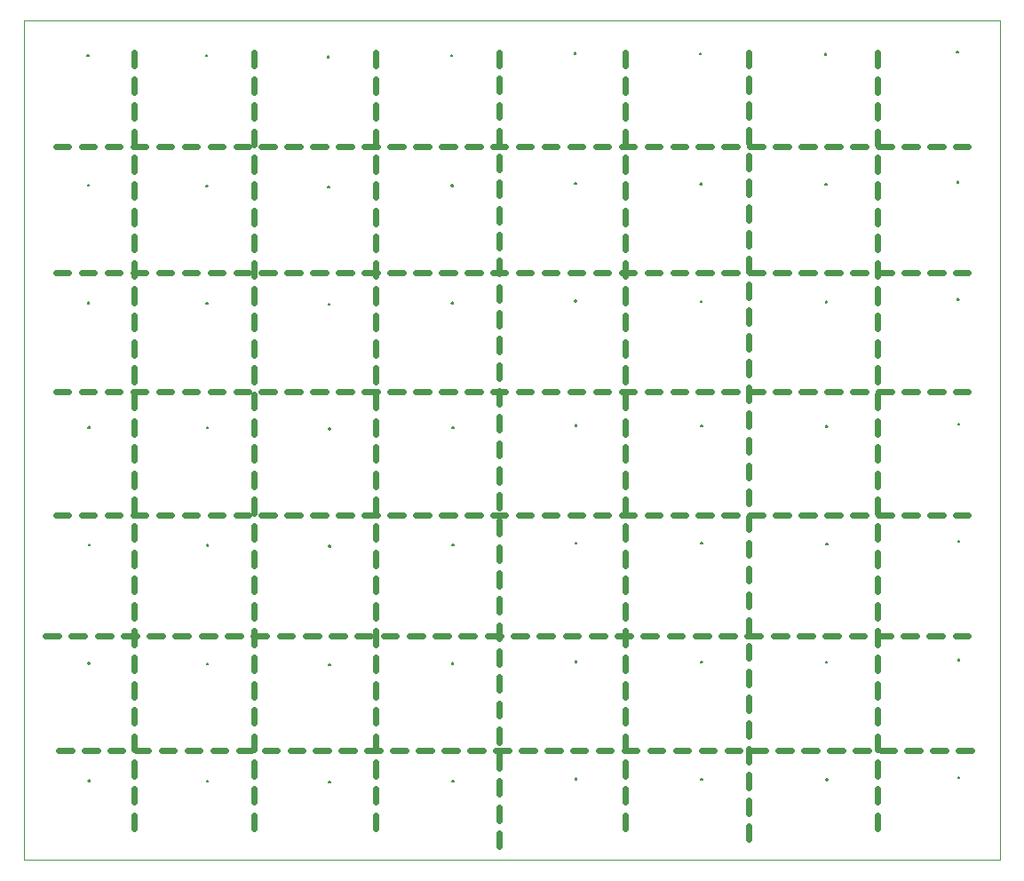
<source format=gto>
G75*
%MOIN*%
%OFA0B0*%
%FSLAX25Y25*%
%IPPOS*%
%LPD*%
%AMOC8*
5,1,8,0,0,1.08239X$1,22.5*
%
%ADD10C,0.00000*%
%ADD11C,0.02400*%
%ADD12C,0.00500*%
D10*
X0008974Y0010224D02*
X0375116Y0010224D01*
X0375116Y0325185D01*
X0008974Y0325185D01*
X0008974Y0010224D01*
D11*
X0050004Y0022035D02*
X0050004Y0027106D01*
X0050004Y0031906D02*
X0050004Y0036978D01*
X0050004Y0041778D02*
X0050004Y0046849D01*
X0050778Y0051274D02*
X0055626Y0051274D01*
X0060426Y0051274D02*
X0065274Y0051274D01*
X0070074Y0051274D02*
X0074922Y0051274D01*
X0079722Y0051274D02*
X0084569Y0051274D01*
X0089369Y0051274D02*
X0094217Y0051274D01*
X0095214Y0051649D02*
X0095214Y0056720D01*
X0099017Y0051274D02*
X0103865Y0051274D01*
X0108665Y0051274D02*
X0113513Y0051274D01*
X0118313Y0051274D02*
X0123160Y0051274D01*
X0127960Y0051274D02*
X0132808Y0051274D01*
X0137608Y0051274D02*
X0142456Y0051274D01*
X0140934Y0051649D02*
X0140934Y0056720D01*
X0140934Y0061520D02*
X0140934Y0066591D01*
X0140934Y0071391D02*
X0140934Y0076463D01*
X0140934Y0081263D02*
X0140934Y0086334D01*
X0140934Y0091134D02*
X0140934Y0096205D01*
X0138891Y0094474D02*
X0133934Y0094474D01*
X0129134Y0094474D02*
X0124176Y0094474D01*
X0119376Y0094474D02*
X0114419Y0094474D01*
X0109619Y0094474D02*
X0104662Y0094474D01*
X0099862Y0094474D02*
X0094905Y0094474D01*
X0095214Y0096205D02*
X0095214Y0091134D01*
X0095214Y0086334D02*
X0095214Y0081263D01*
X0095214Y0076463D02*
X0095214Y0071391D01*
X0095214Y0066591D02*
X0095214Y0061520D01*
X0095214Y0046849D02*
X0095214Y0041778D01*
X0095214Y0036978D02*
X0095214Y0031906D01*
X0095214Y0027106D02*
X0095214Y0022035D01*
X0140934Y0022035D02*
X0140934Y0027106D01*
X0140934Y0031906D02*
X0140934Y0036978D01*
X0140934Y0041778D02*
X0140934Y0046849D01*
X0147256Y0051274D02*
X0152104Y0051274D01*
X0156904Y0051274D02*
X0161752Y0051274D01*
X0166552Y0051274D02*
X0171399Y0051274D01*
X0176199Y0051274D02*
X0181047Y0051274D01*
X0185847Y0051274D02*
X0190695Y0051274D01*
X0187194Y0049617D02*
X0187194Y0044648D01*
X0187194Y0039848D02*
X0187194Y0034880D01*
X0187194Y0030080D02*
X0187194Y0025111D01*
X0187194Y0020311D02*
X0187194Y0015342D01*
X0195495Y0051274D02*
X0200343Y0051274D01*
X0205143Y0051274D02*
X0209990Y0051274D01*
X0214790Y0051274D02*
X0219638Y0051274D01*
X0224438Y0051274D02*
X0229286Y0051274D01*
X0234086Y0051274D02*
X0238934Y0051274D01*
X0234504Y0051649D02*
X0234504Y0056720D01*
X0234504Y0061520D02*
X0234504Y0066591D01*
X0234504Y0071391D02*
X0234504Y0076463D01*
X0234504Y0081263D02*
X0234504Y0086334D01*
X0234504Y0091134D02*
X0234504Y0096205D01*
X0236462Y0094474D02*
X0231505Y0094474D01*
X0226705Y0094474D02*
X0221748Y0094474D01*
X0216948Y0094474D02*
X0211991Y0094474D01*
X0207191Y0094474D02*
X0202234Y0094474D01*
X0197434Y0094474D02*
X0192476Y0094474D01*
X0187676Y0094474D02*
X0182719Y0094474D01*
X0187194Y0093492D02*
X0187194Y0098461D01*
X0187194Y0103261D02*
X0187194Y0108230D01*
X0187194Y0113030D02*
X0187194Y0117998D01*
X0187194Y0122798D02*
X0187194Y0127767D01*
X0187194Y0132567D02*
X0187194Y0137536D01*
X0184797Y0139534D02*
X0189645Y0139534D01*
X0187194Y0142336D02*
X0187194Y0147305D01*
X0187194Y0152105D02*
X0187194Y0157073D01*
X0187194Y0161873D02*
X0187194Y0166842D01*
X0187194Y0171642D02*
X0187194Y0176611D01*
X0187194Y0181411D02*
X0187194Y0186380D01*
X0184797Y0185884D02*
X0189645Y0185884D01*
X0194445Y0185884D02*
X0199293Y0185884D01*
X0204093Y0185884D02*
X0208940Y0185884D01*
X0213740Y0185884D02*
X0218588Y0185884D01*
X0223388Y0185884D02*
X0228236Y0185884D01*
X0233036Y0185884D02*
X0237884Y0185884D01*
X0234504Y0185047D02*
X0234504Y0179976D01*
X0234504Y0175176D02*
X0234504Y0170104D01*
X0234504Y0165304D02*
X0234504Y0160233D01*
X0234504Y0155433D02*
X0234504Y0150362D01*
X0234504Y0145562D02*
X0234504Y0140490D01*
X0233036Y0139534D02*
X0237884Y0139534D01*
X0242684Y0139534D02*
X0247531Y0139534D01*
X0252331Y0139534D02*
X0257179Y0139534D01*
X0261979Y0139534D02*
X0266827Y0139534D01*
X0271627Y0139534D02*
X0276475Y0139534D01*
X0280764Y0139136D02*
X0280764Y0134256D01*
X0280764Y0129456D02*
X0280764Y0124576D01*
X0280764Y0119776D02*
X0280764Y0114897D01*
X0280764Y0110097D02*
X0280764Y0105217D01*
X0280764Y0100417D02*
X0280764Y0095537D01*
X0280291Y0094474D02*
X0285248Y0094474D01*
X0290048Y0094474D02*
X0295005Y0094474D01*
X0299805Y0094474D02*
X0304762Y0094474D01*
X0309562Y0094474D02*
X0314519Y0094474D01*
X0319319Y0094474D02*
X0324276Y0094474D01*
X0329076Y0094474D02*
X0334033Y0094474D01*
X0338833Y0094474D02*
X0343790Y0094474D01*
X0348590Y0094474D02*
X0353548Y0094474D01*
X0358348Y0094474D02*
X0363305Y0094474D01*
X0329154Y0096205D02*
X0329154Y0091134D01*
X0329154Y0086334D02*
X0329154Y0081263D01*
X0329154Y0076463D02*
X0329154Y0071391D01*
X0329154Y0066591D02*
X0329154Y0061520D01*
X0329154Y0056720D02*
X0329154Y0051649D01*
X0330564Y0051274D02*
X0335411Y0051274D01*
X0340211Y0051274D02*
X0345059Y0051274D01*
X0349859Y0051274D02*
X0354707Y0051274D01*
X0359507Y0051274D02*
X0364355Y0051274D01*
X0329154Y0046849D02*
X0329154Y0041778D01*
X0329154Y0036978D02*
X0329154Y0031906D01*
X0329154Y0027106D02*
X0329154Y0022035D01*
X0325764Y0051274D02*
X0320916Y0051274D01*
X0316116Y0051274D02*
X0311268Y0051274D01*
X0306468Y0051274D02*
X0301620Y0051274D01*
X0296820Y0051274D02*
X0291973Y0051274D01*
X0287173Y0051274D02*
X0282325Y0051274D01*
X0280764Y0052017D02*
X0280764Y0047138D01*
X0280764Y0042338D02*
X0280764Y0037458D01*
X0280764Y0032658D02*
X0280764Y0027778D01*
X0280764Y0022978D02*
X0280764Y0018098D01*
X0277525Y0051274D02*
X0272677Y0051274D01*
X0267877Y0051274D02*
X0263029Y0051274D01*
X0258229Y0051274D02*
X0253381Y0051274D01*
X0248581Y0051274D02*
X0243734Y0051274D01*
X0234504Y0046849D02*
X0234504Y0041778D01*
X0234504Y0036978D02*
X0234504Y0031906D01*
X0234504Y0027106D02*
X0234504Y0022035D01*
X0187194Y0054417D02*
X0187194Y0059386D01*
X0187194Y0064186D02*
X0187194Y0069155D01*
X0187194Y0073955D02*
X0187194Y0078923D01*
X0187194Y0083723D02*
X0187194Y0088692D01*
X0177919Y0094474D02*
X0172962Y0094474D01*
X0168162Y0094474D02*
X0163205Y0094474D01*
X0158405Y0094474D02*
X0153448Y0094474D01*
X0148648Y0094474D02*
X0143691Y0094474D01*
X0140934Y0101005D02*
X0140934Y0106077D01*
X0140934Y0110877D02*
X0140934Y0115948D01*
X0140934Y0120748D02*
X0140934Y0125819D01*
X0140934Y0130619D02*
X0140934Y0135690D01*
X0141406Y0139534D02*
X0136558Y0139534D01*
X0140934Y0140490D02*
X0140934Y0145562D01*
X0140934Y0150362D02*
X0140934Y0155433D01*
X0140934Y0160233D02*
X0140934Y0165304D01*
X0140934Y0170104D02*
X0140934Y0175176D01*
X0140934Y0179976D02*
X0140934Y0185047D01*
X0141406Y0185884D02*
X0136558Y0185884D01*
X0131758Y0185884D02*
X0126910Y0185884D01*
X0122110Y0185884D02*
X0117263Y0185884D01*
X0112463Y0185884D02*
X0107615Y0185884D01*
X0102815Y0185884D02*
X0097967Y0185884D01*
X0095214Y0185047D02*
X0095214Y0179976D01*
X0095214Y0175176D02*
X0095214Y0170104D01*
X0095214Y0165304D02*
X0095214Y0160233D01*
X0095214Y0155433D02*
X0095214Y0150362D01*
X0095214Y0145562D02*
X0095214Y0140490D01*
X0093167Y0139534D02*
X0088319Y0139534D01*
X0083519Y0139534D02*
X0078672Y0139534D01*
X0073872Y0139534D02*
X0069024Y0139534D01*
X0064224Y0139534D02*
X0059376Y0139534D01*
X0054576Y0139534D02*
X0049728Y0139534D01*
X0050004Y0140490D02*
X0050004Y0145562D01*
X0050004Y0150362D02*
X0050004Y0155433D01*
X0050004Y0160233D02*
X0050004Y0165304D01*
X0050004Y0170104D02*
X0050004Y0175176D01*
X0050004Y0179976D02*
X0050004Y0185047D01*
X0049728Y0185884D02*
X0054576Y0185884D01*
X0059376Y0185884D02*
X0064224Y0185884D01*
X0069024Y0185884D02*
X0073872Y0185884D01*
X0078672Y0185884D02*
X0083519Y0185884D01*
X0088319Y0185884D02*
X0093167Y0185884D01*
X0095214Y0189847D02*
X0095214Y0194918D01*
X0095214Y0199718D02*
X0095214Y0204789D01*
X0095214Y0209589D02*
X0095214Y0214661D01*
X0095214Y0219461D02*
X0095214Y0224532D01*
X0095214Y0229332D02*
X0095214Y0234403D01*
X0093167Y0230614D02*
X0088319Y0230614D01*
X0083519Y0230614D02*
X0078672Y0230614D01*
X0073872Y0230614D02*
X0069024Y0230614D01*
X0064224Y0230614D02*
X0059376Y0230614D01*
X0054576Y0230614D02*
X0049728Y0230614D01*
X0050004Y0229332D02*
X0050004Y0234403D01*
X0050004Y0239203D02*
X0050004Y0244275D01*
X0050004Y0249075D02*
X0050004Y0254146D01*
X0050004Y0258946D02*
X0050004Y0264017D01*
X0050004Y0268817D02*
X0050004Y0273888D01*
X0049728Y0278014D02*
X0054576Y0278014D01*
X0059376Y0278014D02*
X0064224Y0278014D01*
X0069024Y0278014D02*
X0073872Y0278014D01*
X0078672Y0278014D02*
X0083519Y0278014D01*
X0088319Y0278014D02*
X0093167Y0278014D01*
X0095214Y0278688D02*
X0095214Y0283760D01*
X0097967Y0278014D02*
X0102815Y0278014D01*
X0107615Y0278014D02*
X0112463Y0278014D01*
X0117263Y0278014D02*
X0122110Y0278014D01*
X0126910Y0278014D02*
X0131758Y0278014D01*
X0136558Y0278014D02*
X0141406Y0278014D01*
X0140934Y0278688D02*
X0140934Y0283760D01*
X0146206Y0278014D02*
X0151054Y0278014D01*
X0155854Y0278014D02*
X0160702Y0278014D01*
X0165502Y0278014D02*
X0170349Y0278014D01*
X0175149Y0278014D02*
X0179997Y0278014D01*
X0184797Y0278014D02*
X0189645Y0278014D01*
X0187194Y0279099D02*
X0187194Y0284067D01*
X0187194Y0288867D02*
X0187194Y0293836D01*
X0187194Y0298636D02*
X0187194Y0303605D01*
X0187194Y0308405D02*
X0187194Y0313374D01*
X0194445Y0278014D02*
X0199293Y0278014D01*
X0204093Y0278014D02*
X0208940Y0278014D01*
X0213740Y0278014D02*
X0218588Y0278014D01*
X0223388Y0278014D02*
X0228236Y0278014D01*
X0233036Y0278014D02*
X0237884Y0278014D01*
X0234504Y0278688D02*
X0234504Y0283760D01*
X0234504Y0288560D02*
X0234504Y0293631D01*
X0234504Y0298431D02*
X0234504Y0303502D01*
X0234504Y0308302D02*
X0234504Y0313374D01*
X0242684Y0278014D02*
X0247531Y0278014D01*
X0252331Y0278014D02*
X0257179Y0278014D01*
X0261979Y0278014D02*
X0266827Y0278014D01*
X0271627Y0278014D02*
X0276475Y0278014D01*
X0280764Y0279454D02*
X0280764Y0284334D01*
X0280764Y0289134D02*
X0280764Y0294014D01*
X0280764Y0298814D02*
X0280764Y0303694D01*
X0280764Y0308494D02*
X0280764Y0313374D01*
X0281275Y0278014D02*
X0286123Y0278014D01*
X0290923Y0278014D02*
X0295770Y0278014D01*
X0300570Y0278014D02*
X0305418Y0278014D01*
X0310218Y0278014D02*
X0315066Y0278014D01*
X0319866Y0278014D02*
X0324714Y0278014D01*
X0329154Y0278688D02*
X0329154Y0283760D01*
X0329514Y0278014D02*
X0334361Y0278014D01*
X0329154Y0273888D02*
X0329154Y0268817D01*
X0329154Y0264017D02*
X0329154Y0258946D01*
X0329154Y0254146D02*
X0329154Y0249075D01*
X0329154Y0244275D02*
X0329154Y0239203D01*
X0329154Y0234403D02*
X0329154Y0229332D01*
X0329514Y0230614D02*
X0334361Y0230614D01*
X0339161Y0230614D02*
X0344009Y0230614D01*
X0348809Y0230614D02*
X0353657Y0230614D01*
X0358457Y0230614D02*
X0363305Y0230614D01*
X0329154Y0224532D02*
X0329154Y0219461D01*
X0329154Y0214661D02*
X0329154Y0209589D01*
X0329154Y0204789D02*
X0329154Y0199718D01*
X0329154Y0194918D02*
X0329154Y0189847D01*
X0329514Y0185884D02*
X0334361Y0185884D01*
X0329154Y0185047D02*
X0329154Y0179976D01*
X0329154Y0175176D02*
X0329154Y0170104D01*
X0329154Y0165304D02*
X0329154Y0160233D01*
X0329154Y0155433D02*
X0329154Y0150362D01*
X0329154Y0145562D02*
X0329154Y0140490D01*
X0329514Y0139534D02*
X0334361Y0139534D01*
X0329154Y0135690D02*
X0329154Y0130619D01*
X0329154Y0125819D02*
X0329154Y0120748D01*
X0329154Y0115948D02*
X0329154Y0110877D01*
X0329154Y0106077D02*
X0329154Y0101005D01*
X0324714Y0139534D02*
X0319866Y0139534D01*
X0315066Y0139534D02*
X0310218Y0139534D01*
X0305418Y0139534D02*
X0300570Y0139534D01*
X0295770Y0139534D02*
X0290923Y0139534D01*
X0286123Y0139534D02*
X0281275Y0139534D01*
X0280764Y0143936D02*
X0280764Y0148816D01*
X0280764Y0153616D02*
X0280764Y0158496D01*
X0280764Y0163296D02*
X0280764Y0168176D01*
X0280764Y0172976D02*
X0280764Y0177856D01*
X0280764Y0182656D02*
X0280764Y0187535D01*
X0281275Y0185884D02*
X0286123Y0185884D01*
X0290923Y0185884D02*
X0295770Y0185884D01*
X0300570Y0185884D02*
X0305418Y0185884D01*
X0310218Y0185884D02*
X0315066Y0185884D01*
X0319866Y0185884D02*
X0324714Y0185884D01*
X0339161Y0185884D02*
X0344009Y0185884D01*
X0348809Y0185884D02*
X0353657Y0185884D01*
X0358457Y0185884D02*
X0363305Y0185884D01*
X0324714Y0230614D02*
X0319866Y0230614D01*
X0315066Y0230614D02*
X0310218Y0230614D01*
X0305418Y0230614D02*
X0300570Y0230614D01*
X0295770Y0230614D02*
X0290923Y0230614D01*
X0286123Y0230614D02*
X0281275Y0230614D01*
X0280764Y0231055D02*
X0280764Y0235935D01*
X0276475Y0230614D02*
X0271627Y0230614D01*
X0266827Y0230614D02*
X0261979Y0230614D01*
X0257179Y0230614D02*
X0252331Y0230614D01*
X0247531Y0230614D02*
X0242684Y0230614D01*
X0237884Y0230614D02*
X0233036Y0230614D01*
X0234504Y0229332D02*
X0234504Y0234403D01*
X0234504Y0239203D02*
X0234504Y0244275D01*
X0234504Y0249075D02*
X0234504Y0254146D01*
X0234504Y0258946D02*
X0234504Y0264017D01*
X0234504Y0268817D02*
X0234504Y0273888D01*
X0280764Y0274654D02*
X0280764Y0269774D01*
X0280764Y0264974D02*
X0280764Y0260094D01*
X0280764Y0255294D02*
X0280764Y0250415D01*
X0280764Y0245615D02*
X0280764Y0240735D01*
X0280764Y0226255D02*
X0280764Y0221375D01*
X0280764Y0216575D02*
X0280764Y0211695D01*
X0280764Y0206895D02*
X0280764Y0202015D01*
X0280764Y0197215D02*
X0280764Y0192335D01*
X0276475Y0185884D02*
X0271627Y0185884D01*
X0266827Y0185884D02*
X0261979Y0185884D01*
X0257179Y0185884D02*
X0252331Y0185884D01*
X0247531Y0185884D02*
X0242684Y0185884D01*
X0234504Y0189847D02*
X0234504Y0194918D01*
X0234504Y0199718D02*
X0234504Y0204789D01*
X0234504Y0209589D02*
X0234504Y0214661D01*
X0234504Y0219461D02*
X0234504Y0224532D01*
X0228236Y0230614D02*
X0223388Y0230614D01*
X0218588Y0230614D02*
X0213740Y0230614D01*
X0208940Y0230614D02*
X0204093Y0230614D01*
X0199293Y0230614D02*
X0194445Y0230614D01*
X0189645Y0230614D02*
X0184797Y0230614D01*
X0187194Y0230255D02*
X0187194Y0235224D01*
X0187194Y0240024D02*
X0187194Y0244992D01*
X0187194Y0249792D02*
X0187194Y0254761D01*
X0187194Y0259561D02*
X0187194Y0264530D01*
X0187194Y0269330D02*
X0187194Y0274299D01*
X0140934Y0273888D02*
X0140934Y0268817D01*
X0140934Y0264017D02*
X0140934Y0258946D01*
X0140934Y0254146D02*
X0140934Y0249075D01*
X0140934Y0244275D02*
X0140934Y0239203D01*
X0140934Y0234403D02*
X0140934Y0229332D01*
X0141406Y0230614D02*
X0136558Y0230614D01*
X0131758Y0230614D02*
X0126910Y0230614D01*
X0122110Y0230614D02*
X0117263Y0230614D01*
X0112463Y0230614D02*
X0107615Y0230614D01*
X0102815Y0230614D02*
X0097967Y0230614D01*
X0095214Y0239203D02*
X0095214Y0244275D01*
X0095214Y0249075D02*
X0095214Y0254146D01*
X0095214Y0258946D02*
X0095214Y0264017D01*
X0095214Y0268817D02*
X0095214Y0273888D01*
X0095214Y0288560D02*
X0095214Y0293631D01*
X0095214Y0298431D02*
X0095214Y0303502D01*
X0095214Y0308302D02*
X0095214Y0313374D01*
X0050004Y0313374D02*
X0050004Y0308302D01*
X0050004Y0303502D02*
X0050004Y0298431D01*
X0050004Y0293631D02*
X0050004Y0288560D01*
X0050004Y0283760D02*
X0050004Y0278688D01*
X0044928Y0278014D02*
X0040081Y0278014D01*
X0035281Y0278014D02*
X0030433Y0278014D01*
X0025633Y0278014D02*
X0020785Y0278014D01*
X0020785Y0230614D02*
X0025633Y0230614D01*
X0030433Y0230614D02*
X0035281Y0230614D01*
X0040081Y0230614D02*
X0044928Y0230614D01*
X0050004Y0224532D02*
X0050004Y0219461D01*
X0050004Y0214661D02*
X0050004Y0209589D01*
X0050004Y0204789D02*
X0050004Y0199718D01*
X0050004Y0194918D02*
X0050004Y0189847D01*
X0044928Y0185884D02*
X0040081Y0185884D01*
X0035281Y0185884D02*
X0030433Y0185884D01*
X0025633Y0185884D02*
X0020785Y0185884D01*
X0020785Y0139534D02*
X0025633Y0139534D01*
X0030433Y0139534D02*
X0035281Y0139534D01*
X0040081Y0139534D02*
X0044928Y0139534D01*
X0050004Y0135690D02*
X0050004Y0130619D01*
X0050004Y0125819D02*
X0050004Y0120748D01*
X0050004Y0115948D02*
X0050004Y0110877D01*
X0050004Y0106077D02*
X0050004Y0101005D01*
X0050004Y0096205D02*
X0050004Y0091134D01*
X0051077Y0094474D02*
X0046119Y0094474D01*
X0041319Y0094474D02*
X0036362Y0094474D01*
X0031562Y0094474D02*
X0026605Y0094474D01*
X0021805Y0094474D02*
X0016848Y0094474D01*
X0050004Y0086334D02*
X0050004Y0081263D01*
X0050004Y0076463D02*
X0050004Y0071391D01*
X0050004Y0066591D02*
X0050004Y0061520D01*
X0050004Y0056720D02*
X0050004Y0051649D01*
X0045978Y0051274D02*
X0041131Y0051274D01*
X0036331Y0051274D02*
X0031483Y0051274D01*
X0026683Y0051274D02*
X0021835Y0051274D01*
X0055877Y0094474D02*
X0060834Y0094474D01*
X0065634Y0094474D02*
X0070591Y0094474D01*
X0075391Y0094474D02*
X0080348Y0094474D01*
X0085148Y0094474D02*
X0090105Y0094474D01*
X0095214Y0101005D02*
X0095214Y0106077D01*
X0095214Y0110877D02*
X0095214Y0115948D01*
X0095214Y0120748D02*
X0095214Y0125819D01*
X0095214Y0130619D02*
X0095214Y0135690D01*
X0097967Y0139534D02*
X0102815Y0139534D01*
X0107615Y0139534D02*
X0112463Y0139534D01*
X0117263Y0139534D02*
X0122110Y0139534D01*
X0126910Y0139534D02*
X0131758Y0139534D01*
X0146206Y0139534D02*
X0151054Y0139534D01*
X0155854Y0139534D02*
X0160702Y0139534D01*
X0165502Y0139534D02*
X0170349Y0139534D01*
X0175149Y0139534D02*
X0179997Y0139534D01*
X0194445Y0139534D02*
X0199293Y0139534D01*
X0204093Y0139534D02*
X0208940Y0139534D01*
X0213740Y0139534D02*
X0218588Y0139534D01*
X0223388Y0139534D02*
X0228236Y0139534D01*
X0234504Y0135690D02*
X0234504Y0130619D01*
X0234504Y0125819D02*
X0234504Y0120748D01*
X0234504Y0115948D02*
X0234504Y0110877D01*
X0234504Y0106077D02*
X0234504Y0101005D01*
X0241262Y0094474D02*
X0246219Y0094474D01*
X0251019Y0094474D02*
X0255976Y0094474D01*
X0260776Y0094474D02*
X0265733Y0094474D01*
X0270533Y0094474D02*
X0275491Y0094474D01*
X0280764Y0090737D02*
X0280764Y0085857D01*
X0280764Y0081057D02*
X0280764Y0076177D01*
X0280764Y0071377D02*
X0280764Y0066497D01*
X0280764Y0061697D02*
X0280764Y0056817D01*
X0339161Y0139534D02*
X0344009Y0139534D01*
X0348809Y0139534D02*
X0353657Y0139534D01*
X0358457Y0139534D02*
X0363305Y0139534D01*
X0363305Y0278014D02*
X0358457Y0278014D01*
X0353657Y0278014D02*
X0348809Y0278014D01*
X0344009Y0278014D02*
X0339161Y0278014D01*
X0329154Y0288560D02*
X0329154Y0293631D01*
X0329154Y0298431D02*
X0329154Y0303502D01*
X0329154Y0308302D02*
X0329154Y0313374D01*
X0187194Y0225455D02*
X0187194Y0220486D01*
X0187194Y0215686D02*
X0187194Y0210717D01*
X0187194Y0205917D02*
X0187194Y0200949D01*
X0187194Y0196149D02*
X0187194Y0191180D01*
X0179997Y0185884D02*
X0175149Y0185884D01*
X0170349Y0185884D02*
X0165502Y0185884D01*
X0160702Y0185884D02*
X0155854Y0185884D01*
X0151054Y0185884D02*
X0146206Y0185884D01*
X0140934Y0189847D02*
X0140934Y0194918D01*
X0140934Y0199718D02*
X0140934Y0204789D01*
X0140934Y0209589D02*
X0140934Y0214661D01*
X0140934Y0219461D02*
X0140934Y0224532D01*
X0146206Y0230614D02*
X0151054Y0230614D01*
X0155854Y0230614D02*
X0160702Y0230614D01*
X0165502Y0230614D02*
X0170349Y0230614D01*
X0175149Y0230614D02*
X0179997Y0230614D01*
X0140934Y0288560D02*
X0140934Y0293631D01*
X0140934Y0298431D02*
X0140934Y0303502D01*
X0140934Y0308302D02*
X0140934Y0313374D01*
D12*
X0122784Y0311734D02*
X0122786Y0311765D01*
X0122792Y0311796D01*
X0122802Y0311826D01*
X0122815Y0311854D01*
X0122832Y0311881D01*
X0122852Y0311905D01*
X0122875Y0311927D01*
X0122900Y0311945D01*
X0122928Y0311960D01*
X0122957Y0311972D01*
X0122987Y0311980D01*
X0123018Y0311984D01*
X0123050Y0311984D01*
X0123081Y0311980D01*
X0123111Y0311972D01*
X0123140Y0311960D01*
X0123168Y0311945D01*
X0123193Y0311927D01*
X0123216Y0311905D01*
X0123236Y0311881D01*
X0123253Y0311854D01*
X0123266Y0311826D01*
X0123276Y0311796D01*
X0123282Y0311765D01*
X0123284Y0311734D01*
X0123282Y0311703D01*
X0123276Y0311672D01*
X0123266Y0311642D01*
X0123253Y0311614D01*
X0123236Y0311587D01*
X0123216Y0311563D01*
X0123193Y0311541D01*
X0123168Y0311523D01*
X0123140Y0311508D01*
X0123111Y0311496D01*
X0123081Y0311488D01*
X0123050Y0311484D01*
X0123018Y0311484D01*
X0122987Y0311488D01*
X0122957Y0311496D01*
X0122928Y0311508D01*
X0122900Y0311523D01*
X0122875Y0311541D01*
X0122852Y0311563D01*
X0122832Y0311587D01*
X0122815Y0311614D01*
X0122802Y0311642D01*
X0122792Y0311672D01*
X0122786Y0311703D01*
X0122784Y0311734D01*
X0077024Y0312114D02*
X0077026Y0312145D01*
X0077032Y0312176D01*
X0077042Y0312206D01*
X0077055Y0312234D01*
X0077072Y0312261D01*
X0077092Y0312285D01*
X0077115Y0312307D01*
X0077140Y0312325D01*
X0077168Y0312340D01*
X0077197Y0312352D01*
X0077227Y0312360D01*
X0077258Y0312364D01*
X0077290Y0312364D01*
X0077321Y0312360D01*
X0077351Y0312352D01*
X0077380Y0312340D01*
X0077408Y0312325D01*
X0077433Y0312307D01*
X0077456Y0312285D01*
X0077476Y0312261D01*
X0077493Y0312234D01*
X0077506Y0312206D01*
X0077516Y0312176D01*
X0077522Y0312145D01*
X0077524Y0312114D01*
X0077522Y0312083D01*
X0077516Y0312052D01*
X0077506Y0312022D01*
X0077493Y0311994D01*
X0077476Y0311967D01*
X0077456Y0311943D01*
X0077433Y0311921D01*
X0077408Y0311903D01*
X0077380Y0311888D01*
X0077351Y0311876D01*
X0077321Y0311868D01*
X0077290Y0311864D01*
X0077258Y0311864D01*
X0077227Y0311868D01*
X0077197Y0311876D01*
X0077168Y0311888D01*
X0077140Y0311903D01*
X0077115Y0311921D01*
X0077092Y0311943D01*
X0077072Y0311967D01*
X0077055Y0311994D01*
X0077042Y0312022D01*
X0077032Y0312052D01*
X0077026Y0312083D01*
X0077024Y0312114D01*
X0032544Y0312274D02*
X0032546Y0312305D01*
X0032552Y0312336D01*
X0032562Y0312366D01*
X0032575Y0312394D01*
X0032592Y0312421D01*
X0032612Y0312445D01*
X0032635Y0312467D01*
X0032660Y0312485D01*
X0032688Y0312500D01*
X0032717Y0312512D01*
X0032747Y0312520D01*
X0032778Y0312524D01*
X0032810Y0312524D01*
X0032841Y0312520D01*
X0032871Y0312512D01*
X0032900Y0312500D01*
X0032928Y0312485D01*
X0032953Y0312467D01*
X0032976Y0312445D01*
X0032996Y0312421D01*
X0033013Y0312394D01*
X0033026Y0312366D01*
X0033036Y0312336D01*
X0033042Y0312305D01*
X0033044Y0312274D01*
X0033042Y0312243D01*
X0033036Y0312212D01*
X0033026Y0312182D01*
X0033013Y0312154D01*
X0032996Y0312127D01*
X0032976Y0312103D01*
X0032953Y0312081D01*
X0032928Y0312063D01*
X0032900Y0312048D01*
X0032871Y0312036D01*
X0032841Y0312028D01*
X0032810Y0312024D01*
X0032778Y0312024D01*
X0032747Y0312028D01*
X0032717Y0312036D01*
X0032688Y0312048D01*
X0032660Y0312063D01*
X0032635Y0312081D01*
X0032612Y0312103D01*
X0032592Y0312127D01*
X0032575Y0312154D01*
X0032562Y0312182D01*
X0032552Y0312212D01*
X0032546Y0312243D01*
X0032544Y0312274D01*
X0032684Y0263434D02*
X0032686Y0263465D01*
X0032692Y0263496D01*
X0032702Y0263526D01*
X0032715Y0263554D01*
X0032732Y0263581D01*
X0032752Y0263605D01*
X0032775Y0263627D01*
X0032800Y0263645D01*
X0032828Y0263660D01*
X0032857Y0263672D01*
X0032887Y0263680D01*
X0032918Y0263684D01*
X0032950Y0263684D01*
X0032981Y0263680D01*
X0033011Y0263672D01*
X0033040Y0263660D01*
X0033068Y0263645D01*
X0033093Y0263627D01*
X0033116Y0263605D01*
X0033136Y0263581D01*
X0033153Y0263554D01*
X0033166Y0263526D01*
X0033176Y0263496D01*
X0033182Y0263465D01*
X0033184Y0263434D01*
X0033182Y0263403D01*
X0033176Y0263372D01*
X0033166Y0263342D01*
X0033153Y0263314D01*
X0033136Y0263287D01*
X0033116Y0263263D01*
X0033093Y0263241D01*
X0033068Y0263223D01*
X0033040Y0263208D01*
X0033011Y0263196D01*
X0032981Y0263188D01*
X0032950Y0263184D01*
X0032918Y0263184D01*
X0032887Y0263188D01*
X0032857Y0263196D01*
X0032828Y0263208D01*
X0032800Y0263223D01*
X0032775Y0263241D01*
X0032752Y0263263D01*
X0032732Y0263287D01*
X0032715Y0263314D01*
X0032702Y0263342D01*
X0032692Y0263372D01*
X0032686Y0263403D01*
X0032684Y0263434D01*
X0077164Y0263274D02*
X0077166Y0263305D01*
X0077172Y0263336D01*
X0077182Y0263366D01*
X0077195Y0263394D01*
X0077212Y0263421D01*
X0077232Y0263445D01*
X0077255Y0263467D01*
X0077280Y0263485D01*
X0077308Y0263500D01*
X0077337Y0263512D01*
X0077367Y0263520D01*
X0077398Y0263524D01*
X0077430Y0263524D01*
X0077461Y0263520D01*
X0077491Y0263512D01*
X0077520Y0263500D01*
X0077548Y0263485D01*
X0077573Y0263467D01*
X0077596Y0263445D01*
X0077616Y0263421D01*
X0077633Y0263394D01*
X0077646Y0263366D01*
X0077656Y0263336D01*
X0077662Y0263305D01*
X0077664Y0263274D01*
X0077662Y0263243D01*
X0077656Y0263212D01*
X0077646Y0263182D01*
X0077633Y0263154D01*
X0077616Y0263127D01*
X0077596Y0263103D01*
X0077573Y0263081D01*
X0077548Y0263063D01*
X0077520Y0263048D01*
X0077491Y0263036D01*
X0077461Y0263028D01*
X0077430Y0263024D01*
X0077398Y0263024D01*
X0077367Y0263028D01*
X0077337Y0263036D01*
X0077308Y0263048D01*
X0077280Y0263063D01*
X0077255Y0263081D01*
X0077232Y0263103D01*
X0077212Y0263127D01*
X0077195Y0263154D01*
X0077182Y0263182D01*
X0077172Y0263212D01*
X0077166Y0263243D01*
X0077164Y0263274D01*
X0122924Y0262894D02*
X0122926Y0262925D01*
X0122932Y0262956D01*
X0122942Y0262986D01*
X0122955Y0263014D01*
X0122972Y0263041D01*
X0122992Y0263065D01*
X0123015Y0263087D01*
X0123040Y0263105D01*
X0123068Y0263120D01*
X0123097Y0263132D01*
X0123127Y0263140D01*
X0123158Y0263144D01*
X0123190Y0263144D01*
X0123221Y0263140D01*
X0123251Y0263132D01*
X0123280Y0263120D01*
X0123308Y0263105D01*
X0123333Y0263087D01*
X0123356Y0263065D01*
X0123376Y0263041D01*
X0123393Y0263014D01*
X0123406Y0262986D01*
X0123416Y0262956D01*
X0123422Y0262925D01*
X0123424Y0262894D01*
X0123422Y0262863D01*
X0123416Y0262832D01*
X0123406Y0262802D01*
X0123393Y0262774D01*
X0123376Y0262747D01*
X0123356Y0262723D01*
X0123333Y0262701D01*
X0123308Y0262683D01*
X0123280Y0262668D01*
X0123251Y0262656D01*
X0123221Y0262648D01*
X0123190Y0262644D01*
X0123158Y0262644D01*
X0123127Y0262648D01*
X0123097Y0262656D01*
X0123068Y0262668D01*
X0123040Y0262683D01*
X0123015Y0262701D01*
X0122992Y0262723D01*
X0122972Y0262747D01*
X0122955Y0262774D01*
X0122942Y0262802D01*
X0122932Y0262832D01*
X0122926Y0262863D01*
X0122924Y0262894D01*
X0169244Y0263364D02*
X0169246Y0263395D01*
X0169252Y0263426D01*
X0169262Y0263456D01*
X0169275Y0263484D01*
X0169292Y0263511D01*
X0169312Y0263535D01*
X0169335Y0263557D01*
X0169360Y0263575D01*
X0169388Y0263590D01*
X0169417Y0263602D01*
X0169447Y0263610D01*
X0169478Y0263614D01*
X0169510Y0263614D01*
X0169541Y0263610D01*
X0169571Y0263602D01*
X0169600Y0263590D01*
X0169628Y0263575D01*
X0169653Y0263557D01*
X0169676Y0263535D01*
X0169696Y0263511D01*
X0169713Y0263484D01*
X0169726Y0263456D01*
X0169736Y0263426D01*
X0169742Y0263395D01*
X0169744Y0263364D01*
X0169742Y0263333D01*
X0169736Y0263302D01*
X0169726Y0263272D01*
X0169713Y0263244D01*
X0169696Y0263217D01*
X0169676Y0263193D01*
X0169653Y0263171D01*
X0169628Y0263153D01*
X0169600Y0263138D01*
X0169571Y0263126D01*
X0169541Y0263118D01*
X0169510Y0263114D01*
X0169478Y0263114D01*
X0169447Y0263118D01*
X0169417Y0263126D01*
X0169388Y0263138D01*
X0169360Y0263153D01*
X0169335Y0263171D01*
X0169312Y0263193D01*
X0169292Y0263217D01*
X0169275Y0263244D01*
X0169262Y0263272D01*
X0169252Y0263302D01*
X0169246Y0263333D01*
X0169244Y0263364D01*
X0215494Y0264104D02*
X0215496Y0264135D01*
X0215502Y0264166D01*
X0215512Y0264196D01*
X0215525Y0264224D01*
X0215542Y0264251D01*
X0215562Y0264275D01*
X0215585Y0264297D01*
X0215610Y0264315D01*
X0215638Y0264330D01*
X0215667Y0264342D01*
X0215697Y0264350D01*
X0215728Y0264354D01*
X0215760Y0264354D01*
X0215791Y0264350D01*
X0215821Y0264342D01*
X0215850Y0264330D01*
X0215878Y0264315D01*
X0215903Y0264297D01*
X0215926Y0264275D01*
X0215946Y0264251D01*
X0215963Y0264224D01*
X0215976Y0264196D01*
X0215986Y0264166D01*
X0215992Y0264135D01*
X0215994Y0264104D01*
X0215992Y0264073D01*
X0215986Y0264042D01*
X0215976Y0264012D01*
X0215963Y0263984D01*
X0215946Y0263957D01*
X0215926Y0263933D01*
X0215903Y0263911D01*
X0215878Y0263893D01*
X0215850Y0263878D01*
X0215821Y0263866D01*
X0215791Y0263858D01*
X0215760Y0263854D01*
X0215728Y0263854D01*
X0215697Y0263858D01*
X0215667Y0263866D01*
X0215638Y0263878D01*
X0215610Y0263893D01*
X0215585Y0263911D01*
X0215562Y0263933D01*
X0215542Y0263957D01*
X0215525Y0263984D01*
X0215512Y0264012D01*
X0215502Y0264042D01*
X0215496Y0264073D01*
X0215494Y0264104D01*
X0215564Y0220044D02*
X0215566Y0220075D01*
X0215572Y0220106D01*
X0215582Y0220136D01*
X0215595Y0220164D01*
X0215612Y0220191D01*
X0215632Y0220215D01*
X0215655Y0220237D01*
X0215680Y0220255D01*
X0215708Y0220270D01*
X0215737Y0220282D01*
X0215767Y0220290D01*
X0215798Y0220294D01*
X0215830Y0220294D01*
X0215861Y0220290D01*
X0215891Y0220282D01*
X0215920Y0220270D01*
X0215948Y0220255D01*
X0215973Y0220237D01*
X0215996Y0220215D01*
X0216016Y0220191D01*
X0216033Y0220164D01*
X0216046Y0220136D01*
X0216056Y0220106D01*
X0216062Y0220075D01*
X0216064Y0220044D01*
X0216062Y0220013D01*
X0216056Y0219982D01*
X0216046Y0219952D01*
X0216033Y0219924D01*
X0216016Y0219897D01*
X0215996Y0219873D01*
X0215973Y0219851D01*
X0215948Y0219833D01*
X0215920Y0219818D01*
X0215891Y0219806D01*
X0215861Y0219798D01*
X0215830Y0219794D01*
X0215798Y0219794D01*
X0215767Y0219798D01*
X0215737Y0219806D01*
X0215708Y0219818D01*
X0215680Y0219833D01*
X0215655Y0219851D01*
X0215632Y0219873D01*
X0215612Y0219897D01*
X0215595Y0219924D01*
X0215582Y0219952D01*
X0215572Y0219982D01*
X0215566Y0220013D01*
X0215564Y0220044D01*
X0169314Y0219304D02*
X0169316Y0219335D01*
X0169322Y0219366D01*
X0169332Y0219396D01*
X0169345Y0219424D01*
X0169362Y0219451D01*
X0169382Y0219475D01*
X0169405Y0219497D01*
X0169430Y0219515D01*
X0169458Y0219530D01*
X0169487Y0219542D01*
X0169517Y0219550D01*
X0169548Y0219554D01*
X0169580Y0219554D01*
X0169611Y0219550D01*
X0169641Y0219542D01*
X0169670Y0219530D01*
X0169698Y0219515D01*
X0169723Y0219497D01*
X0169746Y0219475D01*
X0169766Y0219451D01*
X0169783Y0219424D01*
X0169796Y0219396D01*
X0169806Y0219366D01*
X0169812Y0219335D01*
X0169814Y0219304D01*
X0169812Y0219273D01*
X0169806Y0219242D01*
X0169796Y0219212D01*
X0169783Y0219184D01*
X0169766Y0219157D01*
X0169746Y0219133D01*
X0169723Y0219111D01*
X0169698Y0219093D01*
X0169670Y0219078D01*
X0169641Y0219066D01*
X0169611Y0219058D01*
X0169580Y0219054D01*
X0169548Y0219054D01*
X0169517Y0219058D01*
X0169487Y0219066D01*
X0169458Y0219078D01*
X0169430Y0219093D01*
X0169405Y0219111D01*
X0169382Y0219133D01*
X0169362Y0219157D01*
X0169345Y0219184D01*
X0169332Y0219212D01*
X0169322Y0219242D01*
X0169316Y0219273D01*
X0169314Y0219304D01*
X0122994Y0218834D02*
X0122996Y0218865D01*
X0123002Y0218896D01*
X0123012Y0218926D01*
X0123025Y0218954D01*
X0123042Y0218981D01*
X0123062Y0219005D01*
X0123085Y0219027D01*
X0123110Y0219045D01*
X0123138Y0219060D01*
X0123167Y0219072D01*
X0123197Y0219080D01*
X0123228Y0219084D01*
X0123260Y0219084D01*
X0123291Y0219080D01*
X0123321Y0219072D01*
X0123350Y0219060D01*
X0123378Y0219045D01*
X0123403Y0219027D01*
X0123426Y0219005D01*
X0123446Y0218981D01*
X0123463Y0218954D01*
X0123476Y0218926D01*
X0123486Y0218896D01*
X0123492Y0218865D01*
X0123494Y0218834D01*
X0123492Y0218803D01*
X0123486Y0218772D01*
X0123476Y0218742D01*
X0123463Y0218714D01*
X0123446Y0218687D01*
X0123426Y0218663D01*
X0123403Y0218641D01*
X0123378Y0218623D01*
X0123350Y0218608D01*
X0123321Y0218596D01*
X0123291Y0218588D01*
X0123260Y0218584D01*
X0123228Y0218584D01*
X0123197Y0218588D01*
X0123167Y0218596D01*
X0123138Y0218608D01*
X0123110Y0218623D01*
X0123085Y0218641D01*
X0123062Y0218663D01*
X0123042Y0218687D01*
X0123025Y0218714D01*
X0123012Y0218742D01*
X0123002Y0218772D01*
X0122996Y0218803D01*
X0122994Y0218834D01*
X0077234Y0219214D02*
X0077236Y0219245D01*
X0077242Y0219276D01*
X0077252Y0219306D01*
X0077265Y0219334D01*
X0077282Y0219361D01*
X0077302Y0219385D01*
X0077325Y0219407D01*
X0077350Y0219425D01*
X0077378Y0219440D01*
X0077407Y0219452D01*
X0077437Y0219460D01*
X0077468Y0219464D01*
X0077500Y0219464D01*
X0077531Y0219460D01*
X0077561Y0219452D01*
X0077590Y0219440D01*
X0077618Y0219425D01*
X0077643Y0219407D01*
X0077666Y0219385D01*
X0077686Y0219361D01*
X0077703Y0219334D01*
X0077716Y0219306D01*
X0077726Y0219276D01*
X0077732Y0219245D01*
X0077734Y0219214D01*
X0077732Y0219183D01*
X0077726Y0219152D01*
X0077716Y0219122D01*
X0077703Y0219094D01*
X0077686Y0219067D01*
X0077666Y0219043D01*
X0077643Y0219021D01*
X0077618Y0219003D01*
X0077590Y0218988D01*
X0077561Y0218976D01*
X0077531Y0218968D01*
X0077500Y0218964D01*
X0077468Y0218964D01*
X0077437Y0218968D01*
X0077407Y0218976D01*
X0077378Y0218988D01*
X0077350Y0219003D01*
X0077325Y0219021D01*
X0077302Y0219043D01*
X0077282Y0219067D01*
X0077265Y0219094D01*
X0077252Y0219122D01*
X0077242Y0219152D01*
X0077236Y0219183D01*
X0077234Y0219214D01*
X0032754Y0219374D02*
X0032756Y0219405D01*
X0032762Y0219436D01*
X0032772Y0219466D01*
X0032785Y0219494D01*
X0032802Y0219521D01*
X0032822Y0219545D01*
X0032845Y0219567D01*
X0032870Y0219585D01*
X0032898Y0219600D01*
X0032927Y0219612D01*
X0032957Y0219620D01*
X0032988Y0219624D01*
X0033020Y0219624D01*
X0033051Y0219620D01*
X0033081Y0219612D01*
X0033110Y0219600D01*
X0033138Y0219585D01*
X0033163Y0219567D01*
X0033186Y0219545D01*
X0033206Y0219521D01*
X0033223Y0219494D01*
X0033236Y0219466D01*
X0033246Y0219436D01*
X0033252Y0219405D01*
X0033254Y0219374D01*
X0033252Y0219343D01*
X0033246Y0219312D01*
X0033236Y0219282D01*
X0033223Y0219254D01*
X0033206Y0219227D01*
X0033186Y0219203D01*
X0033163Y0219181D01*
X0033138Y0219163D01*
X0033110Y0219148D01*
X0033081Y0219136D01*
X0033051Y0219128D01*
X0033020Y0219124D01*
X0032988Y0219124D01*
X0032957Y0219128D01*
X0032927Y0219136D01*
X0032898Y0219148D01*
X0032870Y0219163D01*
X0032845Y0219181D01*
X0032822Y0219203D01*
X0032802Y0219227D01*
X0032785Y0219254D01*
X0032772Y0219282D01*
X0032762Y0219312D01*
X0032756Y0219343D01*
X0032754Y0219374D01*
X0032934Y0172634D02*
X0032936Y0172665D01*
X0032942Y0172696D01*
X0032952Y0172726D01*
X0032965Y0172754D01*
X0032982Y0172781D01*
X0033002Y0172805D01*
X0033025Y0172827D01*
X0033050Y0172845D01*
X0033078Y0172860D01*
X0033107Y0172872D01*
X0033137Y0172880D01*
X0033168Y0172884D01*
X0033200Y0172884D01*
X0033231Y0172880D01*
X0033261Y0172872D01*
X0033290Y0172860D01*
X0033318Y0172845D01*
X0033343Y0172827D01*
X0033366Y0172805D01*
X0033386Y0172781D01*
X0033403Y0172754D01*
X0033416Y0172726D01*
X0033426Y0172696D01*
X0033432Y0172665D01*
X0033434Y0172634D01*
X0033432Y0172603D01*
X0033426Y0172572D01*
X0033416Y0172542D01*
X0033403Y0172514D01*
X0033386Y0172487D01*
X0033366Y0172463D01*
X0033343Y0172441D01*
X0033318Y0172423D01*
X0033290Y0172408D01*
X0033261Y0172396D01*
X0033231Y0172388D01*
X0033200Y0172384D01*
X0033168Y0172384D01*
X0033137Y0172388D01*
X0033107Y0172396D01*
X0033078Y0172408D01*
X0033050Y0172423D01*
X0033025Y0172441D01*
X0033002Y0172463D01*
X0032982Y0172487D01*
X0032965Y0172514D01*
X0032952Y0172542D01*
X0032942Y0172572D01*
X0032936Y0172603D01*
X0032934Y0172634D01*
X0077414Y0172474D02*
X0077416Y0172505D01*
X0077422Y0172536D01*
X0077432Y0172566D01*
X0077445Y0172594D01*
X0077462Y0172621D01*
X0077482Y0172645D01*
X0077505Y0172667D01*
X0077530Y0172685D01*
X0077558Y0172700D01*
X0077587Y0172712D01*
X0077617Y0172720D01*
X0077648Y0172724D01*
X0077680Y0172724D01*
X0077711Y0172720D01*
X0077741Y0172712D01*
X0077770Y0172700D01*
X0077798Y0172685D01*
X0077823Y0172667D01*
X0077846Y0172645D01*
X0077866Y0172621D01*
X0077883Y0172594D01*
X0077896Y0172566D01*
X0077906Y0172536D01*
X0077912Y0172505D01*
X0077914Y0172474D01*
X0077912Y0172443D01*
X0077906Y0172412D01*
X0077896Y0172382D01*
X0077883Y0172354D01*
X0077866Y0172327D01*
X0077846Y0172303D01*
X0077823Y0172281D01*
X0077798Y0172263D01*
X0077770Y0172248D01*
X0077741Y0172236D01*
X0077711Y0172228D01*
X0077680Y0172224D01*
X0077648Y0172224D01*
X0077617Y0172228D01*
X0077587Y0172236D01*
X0077558Y0172248D01*
X0077530Y0172263D01*
X0077505Y0172281D01*
X0077482Y0172303D01*
X0077462Y0172327D01*
X0077445Y0172354D01*
X0077432Y0172382D01*
X0077422Y0172412D01*
X0077416Y0172443D01*
X0077414Y0172474D01*
X0123174Y0172094D02*
X0123176Y0172125D01*
X0123182Y0172156D01*
X0123192Y0172186D01*
X0123205Y0172214D01*
X0123222Y0172241D01*
X0123242Y0172265D01*
X0123265Y0172287D01*
X0123290Y0172305D01*
X0123318Y0172320D01*
X0123347Y0172332D01*
X0123377Y0172340D01*
X0123408Y0172344D01*
X0123440Y0172344D01*
X0123471Y0172340D01*
X0123501Y0172332D01*
X0123530Y0172320D01*
X0123558Y0172305D01*
X0123583Y0172287D01*
X0123606Y0172265D01*
X0123626Y0172241D01*
X0123643Y0172214D01*
X0123656Y0172186D01*
X0123666Y0172156D01*
X0123672Y0172125D01*
X0123674Y0172094D01*
X0123672Y0172063D01*
X0123666Y0172032D01*
X0123656Y0172002D01*
X0123643Y0171974D01*
X0123626Y0171947D01*
X0123606Y0171923D01*
X0123583Y0171901D01*
X0123558Y0171883D01*
X0123530Y0171868D01*
X0123501Y0171856D01*
X0123471Y0171848D01*
X0123440Y0171844D01*
X0123408Y0171844D01*
X0123377Y0171848D01*
X0123347Y0171856D01*
X0123318Y0171868D01*
X0123290Y0171883D01*
X0123265Y0171901D01*
X0123242Y0171923D01*
X0123222Y0171947D01*
X0123205Y0171974D01*
X0123192Y0172002D01*
X0123182Y0172032D01*
X0123176Y0172063D01*
X0123174Y0172094D01*
X0077484Y0128414D02*
X0077486Y0128445D01*
X0077492Y0128476D01*
X0077502Y0128506D01*
X0077515Y0128534D01*
X0077532Y0128561D01*
X0077552Y0128585D01*
X0077575Y0128607D01*
X0077600Y0128625D01*
X0077628Y0128640D01*
X0077657Y0128652D01*
X0077687Y0128660D01*
X0077718Y0128664D01*
X0077750Y0128664D01*
X0077781Y0128660D01*
X0077811Y0128652D01*
X0077840Y0128640D01*
X0077868Y0128625D01*
X0077893Y0128607D01*
X0077916Y0128585D01*
X0077936Y0128561D01*
X0077953Y0128534D01*
X0077966Y0128506D01*
X0077976Y0128476D01*
X0077982Y0128445D01*
X0077984Y0128414D01*
X0077982Y0128383D01*
X0077976Y0128352D01*
X0077966Y0128322D01*
X0077953Y0128294D01*
X0077936Y0128267D01*
X0077916Y0128243D01*
X0077893Y0128221D01*
X0077868Y0128203D01*
X0077840Y0128188D01*
X0077811Y0128176D01*
X0077781Y0128168D01*
X0077750Y0128164D01*
X0077718Y0128164D01*
X0077687Y0128168D01*
X0077657Y0128176D01*
X0077628Y0128188D01*
X0077600Y0128203D01*
X0077575Y0128221D01*
X0077552Y0128243D01*
X0077532Y0128267D01*
X0077515Y0128294D01*
X0077502Y0128322D01*
X0077492Y0128352D01*
X0077486Y0128383D01*
X0077484Y0128414D01*
X0033004Y0128574D02*
X0033006Y0128605D01*
X0033012Y0128636D01*
X0033022Y0128666D01*
X0033035Y0128694D01*
X0033052Y0128721D01*
X0033072Y0128745D01*
X0033095Y0128767D01*
X0033120Y0128785D01*
X0033148Y0128800D01*
X0033177Y0128812D01*
X0033207Y0128820D01*
X0033238Y0128824D01*
X0033270Y0128824D01*
X0033301Y0128820D01*
X0033331Y0128812D01*
X0033360Y0128800D01*
X0033388Y0128785D01*
X0033413Y0128767D01*
X0033436Y0128745D01*
X0033456Y0128721D01*
X0033473Y0128694D01*
X0033486Y0128666D01*
X0033496Y0128636D01*
X0033502Y0128605D01*
X0033504Y0128574D01*
X0033502Y0128543D01*
X0033496Y0128512D01*
X0033486Y0128482D01*
X0033473Y0128454D01*
X0033456Y0128427D01*
X0033436Y0128403D01*
X0033413Y0128381D01*
X0033388Y0128363D01*
X0033360Y0128348D01*
X0033331Y0128336D01*
X0033301Y0128328D01*
X0033270Y0128324D01*
X0033238Y0128324D01*
X0033207Y0128328D01*
X0033177Y0128336D01*
X0033148Y0128348D01*
X0033120Y0128363D01*
X0033095Y0128381D01*
X0033072Y0128403D01*
X0033052Y0128427D01*
X0033035Y0128454D01*
X0033022Y0128482D01*
X0033012Y0128512D01*
X0033006Y0128543D01*
X0033004Y0128574D01*
X0032914Y0084054D02*
X0032916Y0084085D01*
X0032922Y0084116D01*
X0032932Y0084146D01*
X0032945Y0084174D01*
X0032962Y0084201D01*
X0032982Y0084225D01*
X0033005Y0084247D01*
X0033030Y0084265D01*
X0033058Y0084280D01*
X0033087Y0084292D01*
X0033117Y0084300D01*
X0033148Y0084304D01*
X0033180Y0084304D01*
X0033211Y0084300D01*
X0033241Y0084292D01*
X0033270Y0084280D01*
X0033298Y0084265D01*
X0033323Y0084247D01*
X0033346Y0084225D01*
X0033366Y0084201D01*
X0033383Y0084174D01*
X0033396Y0084146D01*
X0033406Y0084116D01*
X0033412Y0084085D01*
X0033414Y0084054D01*
X0033412Y0084023D01*
X0033406Y0083992D01*
X0033396Y0083962D01*
X0033383Y0083934D01*
X0033366Y0083907D01*
X0033346Y0083883D01*
X0033323Y0083861D01*
X0033298Y0083843D01*
X0033270Y0083828D01*
X0033241Y0083816D01*
X0033211Y0083808D01*
X0033180Y0083804D01*
X0033148Y0083804D01*
X0033117Y0083808D01*
X0033087Y0083816D01*
X0033058Y0083828D01*
X0033030Y0083843D01*
X0033005Y0083861D01*
X0032982Y0083883D01*
X0032962Y0083907D01*
X0032945Y0083934D01*
X0032932Y0083962D01*
X0032922Y0083992D01*
X0032916Y0084023D01*
X0032914Y0084054D01*
X0077394Y0083894D02*
X0077396Y0083925D01*
X0077402Y0083956D01*
X0077412Y0083986D01*
X0077425Y0084014D01*
X0077442Y0084041D01*
X0077462Y0084065D01*
X0077485Y0084087D01*
X0077510Y0084105D01*
X0077538Y0084120D01*
X0077567Y0084132D01*
X0077597Y0084140D01*
X0077628Y0084144D01*
X0077660Y0084144D01*
X0077691Y0084140D01*
X0077721Y0084132D01*
X0077750Y0084120D01*
X0077778Y0084105D01*
X0077803Y0084087D01*
X0077826Y0084065D01*
X0077846Y0084041D01*
X0077863Y0084014D01*
X0077876Y0083986D01*
X0077886Y0083956D01*
X0077892Y0083925D01*
X0077894Y0083894D01*
X0077892Y0083863D01*
X0077886Y0083832D01*
X0077876Y0083802D01*
X0077863Y0083774D01*
X0077846Y0083747D01*
X0077826Y0083723D01*
X0077803Y0083701D01*
X0077778Y0083683D01*
X0077750Y0083668D01*
X0077721Y0083656D01*
X0077691Y0083648D01*
X0077660Y0083644D01*
X0077628Y0083644D01*
X0077597Y0083648D01*
X0077567Y0083656D01*
X0077538Y0083668D01*
X0077510Y0083683D01*
X0077485Y0083701D01*
X0077462Y0083723D01*
X0077442Y0083747D01*
X0077425Y0083774D01*
X0077412Y0083802D01*
X0077402Y0083832D01*
X0077396Y0083863D01*
X0077394Y0083894D01*
X0123154Y0083514D02*
X0123156Y0083545D01*
X0123162Y0083576D01*
X0123172Y0083606D01*
X0123185Y0083634D01*
X0123202Y0083661D01*
X0123222Y0083685D01*
X0123245Y0083707D01*
X0123270Y0083725D01*
X0123298Y0083740D01*
X0123327Y0083752D01*
X0123357Y0083760D01*
X0123388Y0083764D01*
X0123420Y0083764D01*
X0123451Y0083760D01*
X0123481Y0083752D01*
X0123510Y0083740D01*
X0123538Y0083725D01*
X0123563Y0083707D01*
X0123586Y0083685D01*
X0123606Y0083661D01*
X0123623Y0083634D01*
X0123636Y0083606D01*
X0123646Y0083576D01*
X0123652Y0083545D01*
X0123654Y0083514D01*
X0123652Y0083483D01*
X0123646Y0083452D01*
X0123636Y0083422D01*
X0123623Y0083394D01*
X0123606Y0083367D01*
X0123586Y0083343D01*
X0123563Y0083321D01*
X0123538Y0083303D01*
X0123510Y0083288D01*
X0123481Y0083276D01*
X0123451Y0083268D01*
X0123420Y0083264D01*
X0123388Y0083264D01*
X0123357Y0083268D01*
X0123327Y0083276D01*
X0123298Y0083288D01*
X0123270Y0083303D01*
X0123245Y0083321D01*
X0123222Y0083343D01*
X0123202Y0083367D01*
X0123185Y0083394D01*
X0123172Y0083422D01*
X0123162Y0083452D01*
X0123156Y0083483D01*
X0123154Y0083514D01*
X0123224Y0039454D02*
X0123226Y0039485D01*
X0123232Y0039516D01*
X0123242Y0039546D01*
X0123255Y0039574D01*
X0123272Y0039601D01*
X0123292Y0039625D01*
X0123315Y0039647D01*
X0123340Y0039665D01*
X0123368Y0039680D01*
X0123397Y0039692D01*
X0123427Y0039700D01*
X0123458Y0039704D01*
X0123490Y0039704D01*
X0123521Y0039700D01*
X0123551Y0039692D01*
X0123580Y0039680D01*
X0123608Y0039665D01*
X0123633Y0039647D01*
X0123656Y0039625D01*
X0123676Y0039601D01*
X0123693Y0039574D01*
X0123706Y0039546D01*
X0123716Y0039516D01*
X0123722Y0039485D01*
X0123724Y0039454D01*
X0123722Y0039423D01*
X0123716Y0039392D01*
X0123706Y0039362D01*
X0123693Y0039334D01*
X0123676Y0039307D01*
X0123656Y0039283D01*
X0123633Y0039261D01*
X0123608Y0039243D01*
X0123580Y0039228D01*
X0123551Y0039216D01*
X0123521Y0039208D01*
X0123490Y0039204D01*
X0123458Y0039204D01*
X0123427Y0039208D01*
X0123397Y0039216D01*
X0123368Y0039228D01*
X0123340Y0039243D01*
X0123315Y0039261D01*
X0123292Y0039283D01*
X0123272Y0039307D01*
X0123255Y0039334D01*
X0123242Y0039362D01*
X0123232Y0039392D01*
X0123226Y0039423D01*
X0123224Y0039454D01*
X0077464Y0039834D02*
X0077466Y0039865D01*
X0077472Y0039896D01*
X0077482Y0039926D01*
X0077495Y0039954D01*
X0077512Y0039981D01*
X0077532Y0040005D01*
X0077555Y0040027D01*
X0077580Y0040045D01*
X0077608Y0040060D01*
X0077637Y0040072D01*
X0077667Y0040080D01*
X0077698Y0040084D01*
X0077730Y0040084D01*
X0077761Y0040080D01*
X0077791Y0040072D01*
X0077820Y0040060D01*
X0077848Y0040045D01*
X0077873Y0040027D01*
X0077896Y0040005D01*
X0077916Y0039981D01*
X0077933Y0039954D01*
X0077946Y0039926D01*
X0077956Y0039896D01*
X0077962Y0039865D01*
X0077964Y0039834D01*
X0077962Y0039803D01*
X0077956Y0039772D01*
X0077946Y0039742D01*
X0077933Y0039714D01*
X0077916Y0039687D01*
X0077896Y0039663D01*
X0077873Y0039641D01*
X0077848Y0039623D01*
X0077820Y0039608D01*
X0077791Y0039596D01*
X0077761Y0039588D01*
X0077730Y0039584D01*
X0077698Y0039584D01*
X0077667Y0039588D01*
X0077637Y0039596D01*
X0077608Y0039608D01*
X0077580Y0039623D01*
X0077555Y0039641D01*
X0077532Y0039663D01*
X0077512Y0039687D01*
X0077495Y0039714D01*
X0077482Y0039742D01*
X0077472Y0039772D01*
X0077466Y0039803D01*
X0077464Y0039834D01*
X0032984Y0039994D02*
X0032986Y0040025D01*
X0032992Y0040056D01*
X0033002Y0040086D01*
X0033015Y0040114D01*
X0033032Y0040141D01*
X0033052Y0040165D01*
X0033075Y0040187D01*
X0033100Y0040205D01*
X0033128Y0040220D01*
X0033157Y0040232D01*
X0033187Y0040240D01*
X0033218Y0040244D01*
X0033250Y0040244D01*
X0033281Y0040240D01*
X0033311Y0040232D01*
X0033340Y0040220D01*
X0033368Y0040205D01*
X0033393Y0040187D01*
X0033416Y0040165D01*
X0033436Y0040141D01*
X0033453Y0040114D01*
X0033466Y0040086D01*
X0033476Y0040056D01*
X0033482Y0040025D01*
X0033484Y0039994D01*
X0033482Y0039963D01*
X0033476Y0039932D01*
X0033466Y0039902D01*
X0033453Y0039874D01*
X0033436Y0039847D01*
X0033416Y0039823D01*
X0033393Y0039801D01*
X0033368Y0039783D01*
X0033340Y0039768D01*
X0033311Y0039756D01*
X0033281Y0039748D01*
X0033250Y0039744D01*
X0033218Y0039744D01*
X0033187Y0039748D01*
X0033157Y0039756D01*
X0033128Y0039768D01*
X0033100Y0039783D01*
X0033075Y0039801D01*
X0033052Y0039823D01*
X0033032Y0039847D01*
X0033015Y0039874D01*
X0033002Y0039902D01*
X0032992Y0039932D01*
X0032986Y0039963D01*
X0032984Y0039994D01*
X0123244Y0128034D02*
X0123246Y0128065D01*
X0123252Y0128096D01*
X0123262Y0128126D01*
X0123275Y0128154D01*
X0123292Y0128181D01*
X0123312Y0128205D01*
X0123335Y0128227D01*
X0123360Y0128245D01*
X0123388Y0128260D01*
X0123417Y0128272D01*
X0123447Y0128280D01*
X0123478Y0128284D01*
X0123510Y0128284D01*
X0123541Y0128280D01*
X0123571Y0128272D01*
X0123600Y0128260D01*
X0123628Y0128245D01*
X0123653Y0128227D01*
X0123676Y0128205D01*
X0123696Y0128181D01*
X0123713Y0128154D01*
X0123726Y0128126D01*
X0123736Y0128096D01*
X0123742Y0128065D01*
X0123744Y0128034D01*
X0123742Y0128003D01*
X0123736Y0127972D01*
X0123726Y0127942D01*
X0123713Y0127914D01*
X0123696Y0127887D01*
X0123676Y0127863D01*
X0123653Y0127841D01*
X0123628Y0127823D01*
X0123600Y0127808D01*
X0123571Y0127796D01*
X0123541Y0127788D01*
X0123510Y0127784D01*
X0123478Y0127784D01*
X0123447Y0127788D01*
X0123417Y0127796D01*
X0123388Y0127808D01*
X0123360Y0127823D01*
X0123335Y0127841D01*
X0123312Y0127863D01*
X0123292Y0127887D01*
X0123275Y0127914D01*
X0123262Y0127942D01*
X0123252Y0127972D01*
X0123246Y0128003D01*
X0123244Y0128034D01*
X0169564Y0128504D02*
X0169566Y0128535D01*
X0169572Y0128566D01*
X0169582Y0128596D01*
X0169595Y0128624D01*
X0169612Y0128651D01*
X0169632Y0128675D01*
X0169655Y0128697D01*
X0169680Y0128715D01*
X0169708Y0128730D01*
X0169737Y0128742D01*
X0169767Y0128750D01*
X0169798Y0128754D01*
X0169830Y0128754D01*
X0169861Y0128750D01*
X0169891Y0128742D01*
X0169920Y0128730D01*
X0169948Y0128715D01*
X0169973Y0128697D01*
X0169996Y0128675D01*
X0170016Y0128651D01*
X0170033Y0128624D01*
X0170046Y0128596D01*
X0170056Y0128566D01*
X0170062Y0128535D01*
X0170064Y0128504D01*
X0170062Y0128473D01*
X0170056Y0128442D01*
X0170046Y0128412D01*
X0170033Y0128384D01*
X0170016Y0128357D01*
X0169996Y0128333D01*
X0169973Y0128311D01*
X0169948Y0128293D01*
X0169920Y0128278D01*
X0169891Y0128266D01*
X0169861Y0128258D01*
X0169830Y0128254D01*
X0169798Y0128254D01*
X0169767Y0128258D01*
X0169737Y0128266D01*
X0169708Y0128278D01*
X0169680Y0128293D01*
X0169655Y0128311D01*
X0169632Y0128333D01*
X0169612Y0128357D01*
X0169595Y0128384D01*
X0169582Y0128412D01*
X0169572Y0128442D01*
X0169566Y0128473D01*
X0169564Y0128504D01*
X0169494Y0172564D02*
X0169496Y0172595D01*
X0169502Y0172626D01*
X0169512Y0172656D01*
X0169525Y0172684D01*
X0169542Y0172711D01*
X0169562Y0172735D01*
X0169585Y0172757D01*
X0169610Y0172775D01*
X0169638Y0172790D01*
X0169667Y0172802D01*
X0169697Y0172810D01*
X0169728Y0172814D01*
X0169760Y0172814D01*
X0169791Y0172810D01*
X0169821Y0172802D01*
X0169850Y0172790D01*
X0169878Y0172775D01*
X0169903Y0172757D01*
X0169926Y0172735D01*
X0169946Y0172711D01*
X0169963Y0172684D01*
X0169976Y0172656D01*
X0169986Y0172626D01*
X0169992Y0172595D01*
X0169994Y0172564D01*
X0169992Y0172533D01*
X0169986Y0172502D01*
X0169976Y0172472D01*
X0169963Y0172444D01*
X0169946Y0172417D01*
X0169926Y0172393D01*
X0169903Y0172371D01*
X0169878Y0172353D01*
X0169850Y0172338D01*
X0169821Y0172326D01*
X0169791Y0172318D01*
X0169760Y0172314D01*
X0169728Y0172314D01*
X0169697Y0172318D01*
X0169667Y0172326D01*
X0169638Y0172338D01*
X0169610Y0172353D01*
X0169585Y0172371D01*
X0169562Y0172393D01*
X0169542Y0172417D01*
X0169525Y0172444D01*
X0169512Y0172472D01*
X0169502Y0172502D01*
X0169496Y0172533D01*
X0169494Y0172564D01*
X0215744Y0173304D02*
X0215746Y0173335D01*
X0215752Y0173366D01*
X0215762Y0173396D01*
X0215775Y0173424D01*
X0215792Y0173451D01*
X0215812Y0173475D01*
X0215835Y0173497D01*
X0215860Y0173515D01*
X0215888Y0173530D01*
X0215917Y0173542D01*
X0215947Y0173550D01*
X0215978Y0173554D01*
X0216010Y0173554D01*
X0216041Y0173550D01*
X0216071Y0173542D01*
X0216100Y0173530D01*
X0216128Y0173515D01*
X0216153Y0173497D01*
X0216176Y0173475D01*
X0216196Y0173451D01*
X0216213Y0173424D01*
X0216226Y0173396D01*
X0216236Y0173366D01*
X0216242Y0173335D01*
X0216244Y0173304D01*
X0216242Y0173273D01*
X0216236Y0173242D01*
X0216226Y0173212D01*
X0216213Y0173184D01*
X0216196Y0173157D01*
X0216176Y0173133D01*
X0216153Y0173111D01*
X0216128Y0173093D01*
X0216100Y0173078D01*
X0216071Y0173066D01*
X0216041Y0173058D01*
X0216010Y0173054D01*
X0215978Y0173054D01*
X0215947Y0173058D01*
X0215917Y0173066D01*
X0215888Y0173078D01*
X0215860Y0173093D01*
X0215835Y0173111D01*
X0215812Y0173133D01*
X0215792Y0173157D01*
X0215775Y0173184D01*
X0215762Y0173212D01*
X0215752Y0173242D01*
X0215746Y0173273D01*
X0215744Y0173304D01*
X0215814Y0129244D02*
X0215816Y0129275D01*
X0215822Y0129306D01*
X0215832Y0129336D01*
X0215845Y0129364D01*
X0215862Y0129391D01*
X0215882Y0129415D01*
X0215905Y0129437D01*
X0215930Y0129455D01*
X0215958Y0129470D01*
X0215987Y0129482D01*
X0216017Y0129490D01*
X0216048Y0129494D01*
X0216080Y0129494D01*
X0216111Y0129490D01*
X0216141Y0129482D01*
X0216170Y0129470D01*
X0216198Y0129455D01*
X0216223Y0129437D01*
X0216246Y0129415D01*
X0216266Y0129391D01*
X0216283Y0129364D01*
X0216296Y0129336D01*
X0216306Y0129306D01*
X0216312Y0129275D01*
X0216314Y0129244D01*
X0216312Y0129213D01*
X0216306Y0129182D01*
X0216296Y0129152D01*
X0216283Y0129124D01*
X0216266Y0129097D01*
X0216246Y0129073D01*
X0216223Y0129051D01*
X0216198Y0129033D01*
X0216170Y0129018D01*
X0216141Y0129006D01*
X0216111Y0128998D01*
X0216080Y0128994D01*
X0216048Y0128994D01*
X0216017Y0128998D01*
X0215987Y0129006D01*
X0215958Y0129018D01*
X0215930Y0129033D01*
X0215905Y0129051D01*
X0215882Y0129073D01*
X0215862Y0129097D01*
X0215845Y0129124D01*
X0215832Y0129152D01*
X0215822Y0129182D01*
X0215816Y0129213D01*
X0215814Y0129244D01*
X0215724Y0084724D02*
X0215726Y0084755D01*
X0215732Y0084786D01*
X0215742Y0084816D01*
X0215755Y0084844D01*
X0215772Y0084871D01*
X0215792Y0084895D01*
X0215815Y0084917D01*
X0215840Y0084935D01*
X0215868Y0084950D01*
X0215897Y0084962D01*
X0215927Y0084970D01*
X0215958Y0084974D01*
X0215990Y0084974D01*
X0216021Y0084970D01*
X0216051Y0084962D01*
X0216080Y0084950D01*
X0216108Y0084935D01*
X0216133Y0084917D01*
X0216156Y0084895D01*
X0216176Y0084871D01*
X0216193Y0084844D01*
X0216206Y0084816D01*
X0216216Y0084786D01*
X0216222Y0084755D01*
X0216224Y0084724D01*
X0216222Y0084693D01*
X0216216Y0084662D01*
X0216206Y0084632D01*
X0216193Y0084604D01*
X0216176Y0084577D01*
X0216156Y0084553D01*
X0216133Y0084531D01*
X0216108Y0084513D01*
X0216080Y0084498D01*
X0216051Y0084486D01*
X0216021Y0084478D01*
X0215990Y0084474D01*
X0215958Y0084474D01*
X0215927Y0084478D01*
X0215897Y0084486D01*
X0215868Y0084498D01*
X0215840Y0084513D01*
X0215815Y0084531D01*
X0215792Y0084553D01*
X0215772Y0084577D01*
X0215755Y0084604D01*
X0215742Y0084632D01*
X0215732Y0084662D01*
X0215726Y0084693D01*
X0215724Y0084724D01*
X0169474Y0083984D02*
X0169476Y0084015D01*
X0169482Y0084046D01*
X0169492Y0084076D01*
X0169505Y0084104D01*
X0169522Y0084131D01*
X0169542Y0084155D01*
X0169565Y0084177D01*
X0169590Y0084195D01*
X0169618Y0084210D01*
X0169647Y0084222D01*
X0169677Y0084230D01*
X0169708Y0084234D01*
X0169740Y0084234D01*
X0169771Y0084230D01*
X0169801Y0084222D01*
X0169830Y0084210D01*
X0169858Y0084195D01*
X0169883Y0084177D01*
X0169906Y0084155D01*
X0169926Y0084131D01*
X0169943Y0084104D01*
X0169956Y0084076D01*
X0169966Y0084046D01*
X0169972Y0084015D01*
X0169974Y0083984D01*
X0169972Y0083953D01*
X0169966Y0083922D01*
X0169956Y0083892D01*
X0169943Y0083864D01*
X0169926Y0083837D01*
X0169906Y0083813D01*
X0169883Y0083791D01*
X0169858Y0083773D01*
X0169830Y0083758D01*
X0169801Y0083746D01*
X0169771Y0083738D01*
X0169740Y0083734D01*
X0169708Y0083734D01*
X0169677Y0083738D01*
X0169647Y0083746D01*
X0169618Y0083758D01*
X0169590Y0083773D01*
X0169565Y0083791D01*
X0169542Y0083813D01*
X0169522Y0083837D01*
X0169505Y0083864D01*
X0169492Y0083892D01*
X0169482Y0083922D01*
X0169476Y0083953D01*
X0169474Y0083984D01*
X0169544Y0039924D02*
X0169546Y0039955D01*
X0169552Y0039986D01*
X0169562Y0040016D01*
X0169575Y0040044D01*
X0169592Y0040071D01*
X0169612Y0040095D01*
X0169635Y0040117D01*
X0169660Y0040135D01*
X0169688Y0040150D01*
X0169717Y0040162D01*
X0169747Y0040170D01*
X0169778Y0040174D01*
X0169810Y0040174D01*
X0169841Y0040170D01*
X0169871Y0040162D01*
X0169900Y0040150D01*
X0169928Y0040135D01*
X0169953Y0040117D01*
X0169976Y0040095D01*
X0169996Y0040071D01*
X0170013Y0040044D01*
X0170026Y0040016D01*
X0170036Y0039986D01*
X0170042Y0039955D01*
X0170044Y0039924D01*
X0170042Y0039893D01*
X0170036Y0039862D01*
X0170026Y0039832D01*
X0170013Y0039804D01*
X0169996Y0039777D01*
X0169976Y0039753D01*
X0169953Y0039731D01*
X0169928Y0039713D01*
X0169900Y0039698D01*
X0169871Y0039686D01*
X0169841Y0039678D01*
X0169810Y0039674D01*
X0169778Y0039674D01*
X0169747Y0039678D01*
X0169717Y0039686D01*
X0169688Y0039698D01*
X0169660Y0039713D01*
X0169635Y0039731D01*
X0169612Y0039753D01*
X0169592Y0039777D01*
X0169575Y0039804D01*
X0169562Y0039832D01*
X0169552Y0039862D01*
X0169546Y0039893D01*
X0169544Y0039924D01*
X0215794Y0040664D02*
X0215796Y0040695D01*
X0215802Y0040726D01*
X0215812Y0040756D01*
X0215825Y0040784D01*
X0215842Y0040811D01*
X0215862Y0040835D01*
X0215885Y0040857D01*
X0215910Y0040875D01*
X0215938Y0040890D01*
X0215967Y0040902D01*
X0215997Y0040910D01*
X0216028Y0040914D01*
X0216060Y0040914D01*
X0216091Y0040910D01*
X0216121Y0040902D01*
X0216150Y0040890D01*
X0216178Y0040875D01*
X0216203Y0040857D01*
X0216226Y0040835D01*
X0216246Y0040811D01*
X0216263Y0040784D01*
X0216276Y0040756D01*
X0216286Y0040726D01*
X0216292Y0040695D01*
X0216294Y0040664D01*
X0216292Y0040633D01*
X0216286Y0040602D01*
X0216276Y0040572D01*
X0216263Y0040544D01*
X0216246Y0040517D01*
X0216226Y0040493D01*
X0216203Y0040471D01*
X0216178Y0040453D01*
X0216150Y0040438D01*
X0216121Y0040426D01*
X0216091Y0040418D01*
X0216060Y0040414D01*
X0216028Y0040414D01*
X0215997Y0040418D01*
X0215967Y0040426D01*
X0215938Y0040438D01*
X0215910Y0040453D01*
X0215885Y0040471D01*
X0215862Y0040493D01*
X0215842Y0040517D01*
X0215825Y0040544D01*
X0215812Y0040572D01*
X0215802Y0040602D01*
X0215796Y0040633D01*
X0215794Y0040664D01*
X0262904Y0040544D02*
X0262906Y0040575D01*
X0262912Y0040606D01*
X0262922Y0040636D01*
X0262935Y0040664D01*
X0262952Y0040691D01*
X0262972Y0040715D01*
X0262995Y0040737D01*
X0263020Y0040755D01*
X0263048Y0040770D01*
X0263077Y0040782D01*
X0263107Y0040790D01*
X0263138Y0040794D01*
X0263170Y0040794D01*
X0263201Y0040790D01*
X0263231Y0040782D01*
X0263260Y0040770D01*
X0263288Y0040755D01*
X0263313Y0040737D01*
X0263336Y0040715D01*
X0263356Y0040691D01*
X0263373Y0040664D01*
X0263386Y0040636D01*
X0263396Y0040606D01*
X0263402Y0040575D01*
X0263404Y0040544D01*
X0263402Y0040513D01*
X0263396Y0040482D01*
X0263386Y0040452D01*
X0263373Y0040424D01*
X0263356Y0040397D01*
X0263336Y0040373D01*
X0263313Y0040351D01*
X0263288Y0040333D01*
X0263260Y0040318D01*
X0263231Y0040306D01*
X0263201Y0040298D01*
X0263170Y0040294D01*
X0263138Y0040294D01*
X0263107Y0040298D01*
X0263077Y0040306D01*
X0263048Y0040318D01*
X0263020Y0040333D01*
X0262995Y0040351D01*
X0262972Y0040373D01*
X0262952Y0040397D01*
X0262935Y0040424D01*
X0262922Y0040452D01*
X0262912Y0040482D01*
X0262906Y0040513D01*
X0262904Y0040544D01*
X0309884Y0040384D02*
X0309886Y0040415D01*
X0309892Y0040446D01*
X0309902Y0040476D01*
X0309915Y0040504D01*
X0309932Y0040531D01*
X0309952Y0040555D01*
X0309975Y0040577D01*
X0310000Y0040595D01*
X0310028Y0040610D01*
X0310057Y0040622D01*
X0310087Y0040630D01*
X0310118Y0040634D01*
X0310150Y0040634D01*
X0310181Y0040630D01*
X0310211Y0040622D01*
X0310240Y0040610D01*
X0310268Y0040595D01*
X0310293Y0040577D01*
X0310316Y0040555D01*
X0310336Y0040531D01*
X0310353Y0040504D01*
X0310366Y0040476D01*
X0310376Y0040446D01*
X0310382Y0040415D01*
X0310384Y0040384D01*
X0310382Y0040353D01*
X0310376Y0040322D01*
X0310366Y0040292D01*
X0310353Y0040264D01*
X0310336Y0040237D01*
X0310316Y0040213D01*
X0310293Y0040191D01*
X0310268Y0040173D01*
X0310240Y0040158D01*
X0310211Y0040146D01*
X0310181Y0040138D01*
X0310150Y0040134D01*
X0310118Y0040134D01*
X0310087Y0040138D01*
X0310057Y0040146D01*
X0310028Y0040158D01*
X0310000Y0040173D01*
X0309975Y0040191D01*
X0309952Y0040213D01*
X0309932Y0040237D01*
X0309915Y0040264D01*
X0309902Y0040292D01*
X0309892Y0040322D01*
X0309886Y0040353D01*
X0309884Y0040384D01*
X0309814Y0084444D02*
X0309816Y0084475D01*
X0309822Y0084506D01*
X0309832Y0084536D01*
X0309845Y0084564D01*
X0309862Y0084591D01*
X0309882Y0084615D01*
X0309905Y0084637D01*
X0309930Y0084655D01*
X0309958Y0084670D01*
X0309987Y0084682D01*
X0310017Y0084690D01*
X0310048Y0084694D01*
X0310080Y0084694D01*
X0310111Y0084690D01*
X0310141Y0084682D01*
X0310170Y0084670D01*
X0310198Y0084655D01*
X0310223Y0084637D01*
X0310246Y0084615D01*
X0310266Y0084591D01*
X0310283Y0084564D01*
X0310296Y0084536D01*
X0310306Y0084506D01*
X0310312Y0084475D01*
X0310314Y0084444D01*
X0310312Y0084413D01*
X0310306Y0084382D01*
X0310296Y0084352D01*
X0310283Y0084324D01*
X0310266Y0084297D01*
X0310246Y0084273D01*
X0310223Y0084251D01*
X0310198Y0084233D01*
X0310170Y0084218D01*
X0310141Y0084206D01*
X0310111Y0084198D01*
X0310080Y0084194D01*
X0310048Y0084194D01*
X0310017Y0084198D01*
X0309987Y0084206D01*
X0309958Y0084218D01*
X0309930Y0084233D01*
X0309905Y0084251D01*
X0309882Y0084273D01*
X0309862Y0084297D01*
X0309845Y0084324D01*
X0309832Y0084352D01*
X0309822Y0084382D01*
X0309816Y0084413D01*
X0309814Y0084444D01*
X0262834Y0084604D02*
X0262836Y0084635D01*
X0262842Y0084666D01*
X0262852Y0084696D01*
X0262865Y0084724D01*
X0262882Y0084751D01*
X0262902Y0084775D01*
X0262925Y0084797D01*
X0262950Y0084815D01*
X0262978Y0084830D01*
X0263007Y0084842D01*
X0263037Y0084850D01*
X0263068Y0084854D01*
X0263100Y0084854D01*
X0263131Y0084850D01*
X0263161Y0084842D01*
X0263190Y0084830D01*
X0263218Y0084815D01*
X0263243Y0084797D01*
X0263266Y0084775D01*
X0263286Y0084751D01*
X0263303Y0084724D01*
X0263316Y0084696D01*
X0263326Y0084666D01*
X0263332Y0084635D01*
X0263334Y0084604D01*
X0263332Y0084573D01*
X0263326Y0084542D01*
X0263316Y0084512D01*
X0263303Y0084484D01*
X0263286Y0084457D01*
X0263266Y0084433D01*
X0263243Y0084411D01*
X0263218Y0084393D01*
X0263190Y0084378D01*
X0263161Y0084366D01*
X0263131Y0084358D01*
X0263100Y0084354D01*
X0263068Y0084354D01*
X0263037Y0084358D01*
X0263007Y0084366D01*
X0262978Y0084378D01*
X0262950Y0084393D01*
X0262925Y0084411D01*
X0262902Y0084433D01*
X0262882Y0084457D01*
X0262865Y0084484D01*
X0262852Y0084512D01*
X0262842Y0084542D01*
X0262836Y0084573D01*
X0262834Y0084604D01*
X0262924Y0129124D02*
X0262926Y0129155D01*
X0262932Y0129186D01*
X0262942Y0129216D01*
X0262955Y0129244D01*
X0262972Y0129271D01*
X0262992Y0129295D01*
X0263015Y0129317D01*
X0263040Y0129335D01*
X0263068Y0129350D01*
X0263097Y0129362D01*
X0263127Y0129370D01*
X0263158Y0129374D01*
X0263190Y0129374D01*
X0263221Y0129370D01*
X0263251Y0129362D01*
X0263280Y0129350D01*
X0263308Y0129335D01*
X0263333Y0129317D01*
X0263356Y0129295D01*
X0263376Y0129271D01*
X0263393Y0129244D01*
X0263406Y0129216D01*
X0263416Y0129186D01*
X0263422Y0129155D01*
X0263424Y0129124D01*
X0263422Y0129093D01*
X0263416Y0129062D01*
X0263406Y0129032D01*
X0263393Y0129004D01*
X0263376Y0128977D01*
X0263356Y0128953D01*
X0263333Y0128931D01*
X0263308Y0128913D01*
X0263280Y0128898D01*
X0263251Y0128886D01*
X0263221Y0128878D01*
X0263190Y0128874D01*
X0263158Y0128874D01*
X0263127Y0128878D01*
X0263097Y0128886D01*
X0263068Y0128898D01*
X0263040Y0128913D01*
X0263015Y0128931D01*
X0262992Y0128953D01*
X0262972Y0128977D01*
X0262955Y0129004D01*
X0262942Y0129032D01*
X0262932Y0129062D01*
X0262926Y0129093D01*
X0262924Y0129124D01*
X0309904Y0128964D02*
X0309906Y0128995D01*
X0309912Y0129026D01*
X0309922Y0129056D01*
X0309935Y0129084D01*
X0309952Y0129111D01*
X0309972Y0129135D01*
X0309995Y0129157D01*
X0310020Y0129175D01*
X0310048Y0129190D01*
X0310077Y0129202D01*
X0310107Y0129210D01*
X0310138Y0129214D01*
X0310170Y0129214D01*
X0310201Y0129210D01*
X0310231Y0129202D01*
X0310260Y0129190D01*
X0310288Y0129175D01*
X0310313Y0129157D01*
X0310336Y0129135D01*
X0310356Y0129111D01*
X0310373Y0129084D01*
X0310386Y0129056D01*
X0310396Y0129026D01*
X0310402Y0128995D01*
X0310404Y0128964D01*
X0310402Y0128933D01*
X0310396Y0128902D01*
X0310386Y0128872D01*
X0310373Y0128844D01*
X0310356Y0128817D01*
X0310336Y0128793D01*
X0310313Y0128771D01*
X0310288Y0128753D01*
X0310260Y0128738D01*
X0310231Y0128726D01*
X0310201Y0128718D01*
X0310170Y0128714D01*
X0310138Y0128714D01*
X0310107Y0128718D01*
X0310077Y0128726D01*
X0310048Y0128738D01*
X0310020Y0128753D01*
X0309995Y0128771D01*
X0309972Y0128793D01*
X0309952Y0128817D01*
X0309935Y0128844D01*
X0309922Y0128872D01*
X0309912Y0128902D01*
X0309906Y0128933D01*
X0309904Y0128964D01*
X0309834Y0173024D02*
X0309836Y0173055D01*
X0309842Y0173086D01*
X0309852Y0173116D01*
X0309865Y0173144D01*
X0309882Y0173171D01*
X0309902Y0173195D01*
X0309925Y0173217D01*
X0309950Y0173235D01*
X0309978Y0173250D01*
X0310007Y0173262D01*
X0310037Y0173270D01*
X0310068Y0173274D01*
X0310100Y0173274D01*
X0310131Y0173270D01*
X0310161Y0173262D01*
X0310190Y0173250D01*
X0310218Y0173235D01*
X0310243Y0173217D01*
X0310266Y0173195D01*
X0310286Y0173171D01*
X0310303Y0173144D01*
X0310316Y0173116D01*
X0310326Y0173086D01*
X0310332Y0173055D01*
X0310334Y0173024D01*
X0310332Y0172993D01*
X0310326Y0172962D01*
X0310316Y0172932D01*
X0310303Y0172904D01*
X0310286Y0172877D01*
X0310266Y0172853D01*
X0310243Y0172831D01*
X0310218Y0172813D01*
X0310190Y0172798D01*
X0310161Y0172786D01*
X0310131Y0172778D01*
X0310100Y0172774D01*
X0310068Y0172774D01*
X0310037Y0172778D01*
X0310007Y0172786D01*
X0309978Y0172798D01*
X0309950Y0172813D01*
X0309925Y0172831D01*
X0309902Y0172853D01*
X0309882Y0172877D01*
X0309865Y0172904D01*
X0309852Y0172932D01*
X0309842Y0172962D01*
X0309836Y0172993D01*
X0309834Y0173024D01*
X0262854Y0173184D02*
X0262856Y0173215D01*
X0262862Y0173246D01*
X0262872Y0173276D01*
X0262885Y0173304D01*
X0262902Y0173331D01*
X0262922Y0173355D01*
X0262945Y0173377D01*
X0262970Y0173395D01*
X0262998Y0173410D01*
X0263027Y0173422D01*
X0263057Y0173430D01*
X0263088Y0173434D01*
X0263120Y0173434D01*
X0263151Y0173430D01*
X0263181Y0173422D01*
X0263210Y0173410D01*
X0263238Y0173395D01*
X0263263Y0173377D01*
X0263286Y0173355D01*
X0263306Y0173331D01*
X0263323Y0173304D01*
X0263336Y0173276D01*
X0263346Y0173246D01*
X0263352Y0173215D01*
X0263354Y0173184D01*
X0263352Y0173153D01*
X0263346Y0173122D01*
X0263336Y0173092D01*
X0263323Y0173064D01*
X0263306Y0173037D01*
X0263286Y0173013D01*
X0263263Y0172991D01*
X0263238Y0172973D01*
X0263210Y0172958D01*
X0263181Y0172946D01*
X0263151Y0172938D01*
X0263120Y0172934D01*
X0263088Y0172934D01*
X0263057Y0172938D01*
X0263027Y0172946D01*
X0262998Y0172958D01*
X0262970Y0172973D01*
X0262945Y0172991D01*
X0262922Y0173013D01*
X0262902Y0173037D01*
X0262885Y0173064D01*
X0262872Y0173092D01*
X0262862Y0173122D01*
X0262856Y0173153D01*
X0262854Y0173184D01*
X0262674Y0219924D02*
X0262676Y0219955D01*
X0262682Y0219986D01*
X0262692Y0220016D01*
X0262705Y0220044D01*
X0262722Y0220071D01*
X0262742Y0220095D01*
X0262765Y0220117D01*
X0262790Y0220135D01*
X0262818Y0220150D01*
X0262847Y0220162D01*
X0262877Y0220170D01*
X0262908Y0220174D01*
X0262940Y0220174D01*
X0262971Y0220170D01*
X0263001Y0220162D01*
X0263030Y0220150D01*
X0263058Y0220135D01*
X0263083Y0220117D01*
X0263106Y0220095D01*
X0263126Y0220071D01*
X0263143Y0220044D01*
X0263156Y0220016D01*
X0263166Y0219986D01*
X0263172Y0219955D01*
X0263174Y0219924D01*
X0263172Y0219893D01*
X0263166Y0219862D01*
X0263156Y0219832D01*
X0263143Y0219804D01*
X0263126Y0219777D01*
X0263106Y0219753D01*
X0263083Y0219731D01*
X0263058Y0219713D01*
X0263030Y0219698D01*
X0263001Y0219686D01*
X0262971Y0219678D01*
X0262940Y0219674D01*
X0262908Y0219674D01*
X0262877Y0219678D01*
X0262847Y0219686D01*
X0262818Y0219698D01*
X0262790Y0219713D01*
X0262765Y0219731D01*
X0262742Y0219753D01*
X0262722Y0219777D01*
X0262705Y0219804D01*
X0262692Y0219832D01*
X0262682Y0219862D01*
X0262676Y0219893D01*
X0262674Y0219924D01*
X0309654Y0219764D02*
X0309656Y0219795D01*
X0309662Y0219826D01*
X0309672Y0219856D01*
X0309685Y0219884D01*
X0309702Y0219911D01*
X0309722Y0219935D01*
X0309745Y0219957D01*
X0309770Y0219975D01*
X0309798Y0219990D01*
X0309827Y0220002D01*
X0309857Y0220010D01*
X0309888Y0220014D01*
X0309920Y0220014D01*
X0309951Y0220010D01*
X0309981Y0220002D01*
X0310010Y0219990D01*
X0310038Y0219975D01*
X0310063Y0219957D01*
X0310086Y0219935D01*
X0310106Y0219911D01*
X0310123Y0219884D01*
X0310136Y0219856D01*
X0310146Y0219826D01*
X0310152Y0219795D01*
X0310154Y0219764D01*
X0310152Y0219733D01*
X0310146Y0219702D01*
X0310136Y0219672D01*
X0310123Y0219644D01*
X0310106Y0219617D01*
X0310086Y0219593D01*
X0310063Y0219571D01*
X0310038Y0219553D01*
X0310010Y0219538D01*
X0309981Y0219526D01*
X0309951Y0219518D01*
X0309920Y0219514D01*
X0309888Y0219514D01*
X0309857Y0219518D01*
X0309827Y0219526D01*
X0309798Y0219538D01*
X0309770Y0219553D01*
X0309745Y0219571D01*
X0309722Y0219593D01*
X0309702Y0219617D01*
X0309685Y0219644D01*
X0309672Y0219672D01*
X0309662Y0219702D01*
X0309656Y0219733D01*
X0309654Y0219764D01*
X0309584Y0263824D02*
X0309586Y0263855D01*
X0309592Y0263886D01*
X0309602Y0263916D01*
X0309615Y0263944D01*
X0309632Y0263971D01*
X0309652Y0263995D01*
X0309675Y0264017D01*
X0309700Y0264035D01*
X0309728Y0264050D01*
X0309757Y0264062D01*
X0309787Y0264070D01*
X0309818Y0264074D01*
X0309850Y0264074D01*
X0309881Y0264070D01*
X0309911Y0264062D01*
X0309940Y0264050D01*
X0309968Y0264035D01*
X0309993Y0264017D01*
X0310016Y0263995D01*
X0310036Y0263971D01*
X0310053Y0263944D01*
X0310066Y0263916D01*
X0310076Y0263886D01*
X0310082Y0263855D01*
X0310084Y0263824D01*
X0310082Y0263793D01*
X0310076Y0263762D01*
X0310066Y0263732D01*
X0310053Y0263704D01*
X0310036Y0263677D01*
X0310016Y0263653D01*
X0309993Y0263631D01*
X0309968Y0263613D01*
X0309940Y0263598D01*
X0309911Y0263586D01*
X0309881Y0263578D01*
X0309850Y0263574D01*
X0309818Y0263574D01*
X0309787Y0263578D01*
X0309757Y0263586D01*
X0309728Y0263598D01*
X0309700Y0263613D01*
X0309675Y0263631D01*
X0309652Y0263653D01*
X0309632Y0263677D01*
X0309615Y0263704D01*
X0309602Y0263732D01*
X0309592Y0263762D01*
X0309586Y0263793D01*
X0309584Y0263824D01*
X0262604Y0263984D02*
X0262606Y0264015D01*
X0262612Y0264046D01*
X0262622Y0264076D01*
X0262635Y0264104D01*
X0262652Y0264131D01*
X0262672Y0264155D01*
X0262695Y0264177D01*
X0262720Y0264195D01*
X0262748Y0264210D01*
X0262777Y0264222D01*
X0262807Y0264230D01*
X0262838Y0264234D01*
X0262870Y0264234D01*
X0262901Y0264230D01*
X0262931Y0264222D01*
X0262960Y0264210D01*
X0262988Y0264195D01*
X0263013Y0264177D01*
X0263036Y0264155D01*
X0263056Y0264131D01*
X0263073Y0264104D01*
X0263086Y0264076D01*
X0263096Y0264046D01*
X0263102Y0264015D01*
X0263104Y0263984D01*
X0263102Y0263953D01*
X0263096Y0263922D01*
X0263086Y0263892D01*
X0263073Y0263864D01*
X0263056Y0263837D01*
X0263036Y0263813D01*
X0263013Y0263791D01*
X0262988Y0263773D01*
X0262960Y0263758D01*
X0262931Y0263746D01*
X0262901Y0263738D01*
X0262870Y0263734D01*
X0262838Y0263734D01*
X0262807Y0263738D01*
X0262777Y0263746D01*
X0262748Y0263758D01*
X0262720Y0263773D01*
X0262695Y0263791D01*
X0262672Y0263813D01*
X0262652Y0263837D01*
X0262635Y0263864D01*
X0262622Y0263892D01*
X0262612Y0263922D01*
X0262606Y0263953D01*
X0262604Y0263984D01*
X0262464Y0312824D02*
X0262466Y0312855D01*
X0262472Y0312886D01*
X0262482Y0312916D01*
X0262495Y0312944D01*
X0262512Y0312971D01*
X0262532Y0312995D01*
X0262555Y0313017D01*
X0262580Y0313035D01*
X0262608Y0313050D01*
X0262637Y0313062D01*
X0262667Y0313070D01*
X0262698Y0313074D01*
X0262730Y0313074D01*
X0262761Y0313070D01*
X0262791Y0313062D01*
X0262820Y0313050D01*
X0262848Y0313035D01*
X0262873Y0313017D01*
X0262896Y0312995D01*
X0262916Y0312971D01*
X0262933Y0312944D01*
X0262946Y0312916D01*
X0262956Y0312886D01*
X0262962Y0312855D01*
X0262964Y0312824D01*
X0262962Y0312793D01*
X0262956Y0312762D01*
X0262946Y0312732D01*
X0262933Y0312704D01*
X0262916Y0312677D01*
X0262896Y0312653D01*
X0262873Y0312631D01*
X0262848Y0312613D01*
X0262820Y0312598D01*
X0262791Y0312586D01*
X0262761Y0312578D01*
X0262730Y0312574D01*
X0262698Y0312574D01*
X0262667Y0312578D01*
X0262637Y0312586D01*
X0262608Y0312598D01*
X0262580Y0312613D01*
X0262555Y0312631D01*
X0262532Y0312653D01*
X0262512Y0312677D01*
X0262495Y0312704D01*
X0262482Y0312732D01*
X0262472Y0312762D01*
X0262466Y0312793D01*
X0262464Y0312824D01*
X0309444Y0312664D02*
X0309446Y0312695D01*
X0309452Y0312726D01*
X0309462Y0312756D01*
X0309475Y0312784D01*
X0309492Y0312811D01*
X0309512Y0312835D01*
X0309535Y0312857D01*
X0309560Y0312875D01*
X0309588Y0312890D01*
X0309617Y0312902D01*
X0309647Y0312910D01*
X0309678Y0312914D01*
X0309710Y0312914D01*
X0309741Y0312910D01*
X0309771Y0312902D01*
X0309800Y0312890D01*
X0309828Y0312875D01*
X0309853Y0312857D01*
X0309876Y0312835D01*
X0309896Y0312811D01*
X0309913Y0312784D01*
X0309926Y0312756D01*
X0309936Y0312726D01*
X0309942Y0312695D01*
X0309944Y0312664D01*
X0309942Y0312633D01*
X0309936Y0312602D01*
X0309926Y0312572D01*
X0309913Y0312544D01*
X0309896Y0312517D01*
X0309876Y0312493D01*
X0309853Y0312471D01*
X0309828Y0312453D01*
X0309800Y0312438D01*
X0309771Y0312426D01*
X0309741Y0312418D01*
X0309710Y0312414D01*
X0309678Y0312414D01*
X0309647Y0312418D01*
X0309617Y0312426D01*
X0309588Y0312438D01*
X0309560Y0312453D01*
X0309535Y0312471D01*
X0309512Y0312493D01*
X0309492Y0312517D01*
X0309475Y0312544D01*
X0309462Y0312572D01*
X0309452Y0312602D01*
X0309446Y0312633D01*
X0309444Y0312664D01*
X0358954Y0313534D02*
X0358956Y0313565D01*
X0358962Y0313596D01*
X0358972Y0313626D01*
X0358985Y0313654D01*
X0359002Y0313681D01*
X0359022Y0313705D01*
X0359045Y0313727D01*
X0359070Y0313745D01*
X0359098Y0313760D01*
X0359127Y0313772D01*
X0359157Y0313780D01*
X0359188Y0313784D01*
X0359220Y0313784D01*
X0359251Y0313780D01*
X0359281Y0313772D01*
X0359310Y0313760D01*
X0359338Y0313745D01*
X0359363Y0313727D01*
X0359386Y0313705D01*
X0359406Y0313681D01*
X0359423Y0313654D01*
X0359436Y0313626D01*
X0359446Y0313596D01*
X0359452Y0313565D01*
X0359454Y0313534D01*
X0359452Y0313503D01*
X0359446Y0313472D01*
X0359436Y0313442D01*
X0359423Y0313414D01*
X0359406Y0313387D01*
X0359386Y0313363D01*
X0359363Y0313341D01*
X0359338Y0313323D01*
X0359310Y0313308D01*
X0359281Y0313296D01*
X0359251Y0313288D01*
X0359220Y0313284D01*
X0359188Y0313284D01*
X0359157Y0313288D01*
X0359127Y0313296D01*
X0359098Y0313308D01*
X0359070Y0313323D01*
X0359045Y0313341D01*
X0359022Y0313363D01*
X0359002Y0313387D01*
X0358985Y0313414D01*
X0358972Y0313442D01*
X0358962Y0313472D01*
X0358956Y0313503D01*
X0358954Y0313534D01*
X0359094Y0264694D02*
X0359096Y0264725D01*
X0359102Y0264756D01*
X0359112Y0264786D01*
X0359125Y0264814D01*
X0359142Y0264841D01*
X0359162Y0264865D01*
X0359185Y0264887D01*
X0359210Y0264905D01*
X0359238Y0264920D01*
X0359267Y0264932D01*
X0359297Y0264940D01*
X0359328Y0264944D01*
X0359360Y0264944D01*
X0359391Y0264940D01*
X0359421Y0264932D01*
X0359450Y0264920D01*
X0359478Y0264905D01*
X0359503Y0264887D01*
X0359526Y0264865D01*
X0359546Y0264841D01*
X0359563Y0264814D01*
X0359576Y0264786D01*
X0359586Y0264756D01*
X0359592Y0264725D01*
X0359594Y0264694D01*
X0359592Y0264663D01*
X0359586Y0264632D01*
X0359576Y0264602D01*
X0359563Y0264574D01*
X0359546Y0264547D01*
X0359526Y0264523D01*
X0359503Y0264501D01*
X0359478Y0264483D01*
X0359450Y0264468D01*
X0359421Y0264456D01*
X0359391Y0264448D01*
X0359360Y0264444D01*
X0359328Y0264444D01*
X0359297Y0264448D01*
X0359267Y0264456D01*
X0359238Y0264468D01*
X0359210Y0264483D01*
X0359185Y0264501D01*
X0359162Y0264523D01*
X0359142Y0264547D01*
X0359125Y0264574D01*
X0359112Y0264602D01*
X0359102Y0264632D01*
X0359096Y0264663D01*
X0359094Y0264694D01*
X0359164Y0220634D02*
X0359166Y0220665D01*
X0359172Y0220696D01*
X0359182Y0220726D01*
X0359195Y0220754D01*
X0359212Y0220781D01*
X0359232Y0220805D01*
X0359255Y0220827D01*
X0359280Y0220845D01*
X0359308Y0220860D01*
X0359337Y0220872D01*
X0359367Y0220880D01*
X0359398Y0220884D01*
X0359430Y0220884D01*
X0359461Y0220880D01*
X0359491Y0220872D01*
X0359520Y0220860D01*
X0359548Y0220845D01*
X0359573Y0220827D01*
X0359596Y0220805D01*
X0359616Y0220781D01*
X0359633Y0220754D01*
X0359646Y0220726D01*
X0359656Y0220696D01*
X0359662Y0220665D01*
X0359664Y0220634D01*
X0359662Y0220603D01*
X0359656Y0220572D01*
X0359646Y0220542D01*
X0359633Y0220514D01*
X0359616Y0220487D01*
X0359596Y0220463D01*
X0359573Y0220441D01*
X0359548Y0220423D01*
X0359520Y0220408D01*
X0359491Y0220396D01*
X0359461Y0220388D01*
X0359430Y0220384D01*
X0359398Y0220384D01*
X0359367Y0220388D01*
X0359337Y0220396D01*
X0359308Y0220408D01*
X0359280Y0220423D01*
X0359255Y0220441D01*
X0359232Y0220463D01*
X0359212Y0220487D01*
X0359195Y0220514D01*
X0359182Y0220542D01*
X0359172Y0220572D01*
X0359166Y0220603D01*
X0359164Y0220634D01*
X0359344Y0173894D02*
X0359346Y0173925D01*
X0359352Y0173956D01*
X0359362Y0173986D01*
X0359375Y0174014D01*
X0359392Y0174041D01*
X0359412Y0174065D01*
X0359435Y0174087D01*
X0359460Y0174105D01*
X0359488Y0174120D01*
X0359517Y0174132D01*
X0359547Y0174140D01*
X0359578Y0174144D01*
X0359610Y0174144D01*
X0359641Y0174140D01*
X0359671Y0174132D01*
X0359700Y0174120D01*
X0359728Y0174105D01*
X0359753Y0174087D01*
X0359776Y0174065D01*
X0359796Y0174041D01*
X0359813Y0174014D01*
X0359826Y0173986D01*
X0359836Y0173956D01*
X0359842Y0173925D01*
X0359844Y0173894D01*
X0359842Y0173863D01*
X0359836Y0173832D01*
X0359826Y0173802D01*
X0359813Y0173774D01*
X0359796Y0173747D01*
X0359776Y0173723D01*
X0359753Y0173701D01*
X0359728Y0173683D01*
X0359700Y0173668D01*
X0359671Y0173656D01*
X0359641Y0173648D01*
X0359610Y0173644D01*
X0359578Y0173644D01*
X0359547Y0173648D01*
X0359517Y0173656D01*
X0359488Y0173668D01*
X0359460Y0173683D01*
X0359435Y0173701D01*
X0359412Y0173723D01*
X0359392Y0173747D01*
X0359375Y0173774D01*
X0359362Y0173802D01*
X0359352Y0173832D01*
X0359346Y0173863D01*
X0359344Y0173894D01*
X0359414Y0129834D02*
X0359416Y0129865D01*
X0359422Y0129896D01*
X0359432Y0129926D01*
X0359445Y0129954D01*
X0359462Y0129981D01*
X0359482Y0130005D01*
X0359505Y0130027D01*
X0359530Y0130045D01*
X0359558Y0130060D01*
X0359587Y0130072D01*
X0359617Y0130080D01*
X0359648Y0130084D01*
X0359680Y0130084D01*
X0359711Y0130080D01*
X0359741Y0130072D01*
X0359770Y0130060D01*
X0359798Y0130045D01*
X0359823Y0130027D01*
X0359846Y0130005D01*
X0359866Y0129981D01*
X0359883Y0129954D01*
X0359896Y0129926D01*
X0359906Y0129896D01*
X0359912Y0129865D01*
X0359914Y0129834D01*
X0359912Y0129803D01*
X0359906Y0129772D01*
X0359896Y0129742D01*
X0359883Y0129714D01*
X0359866Y0129687D01*
X0359846Y0129663D01*
X0359823Y0129641D01*
X0359798Y0129623D01*
X0359770Y0129608D01*
X0359741Y0129596D01*
X0359711Y0129588D01*
X0359680Y0129584D01*
X0359648Y0129584D01*
X0359617Y0129588D01*
X0359587Y0129596D01*
X0359558Y0129608D01*
X0359530Y0129623D01*
X0359505Y0129641D01*
X0359482Y0129663D01*
X0359462Y0129687D01*
X0359445Y0129714D01*
X0359432Y0129742D01*
X0359422Y0129772D01*
X0359416Y0129803D01*
X0359414Y0129834D01*
X0359324Y0085314D02*
X0359326Y0085345D01*
X0359332Y0085376D01*
X0359342Y0085406D01*
X0359355Y0085434D01*
X0359372Y0085461D01*
X0359392Y0085485D01*
X0359415Y0085507D01*
X0359440Y0085525D01*
X0359468Y0085540D01*
X0359497Y0085552D01*
X0359527Y0085560D01*
X0359558Y0085564D01*
X0359590Y0085564D01*
X0359621Y0085560D01*
X0359651Y0085552D01*
X0359680Y0085540D01*
X0359708Y0085525D01*
X0359733Y0085507D01*
X0359756Y0085485D01*
X0359776Y0085461D01*
X0359793Y0085434D01*
X0359806Y0085406D01*
X0359816Y0085376D01*
X0359822Y0085345D01*
X0359824Y0085314D01*
X0359822Y0085283D01*
X0359816Y0085252D01*
X0359806Y0085222D01*
X0359793Y0085194D01*
X0359776Y0085167D01*
X0359756Y0085143D01*
X0359733Y0085121D01*
X0359708Y0085103D01*
X0359680Y0085088D01*
X0359651Y0085076D01*
X0359621Y0085068D01*
X0359590Y0085064D01*
X0359558Y0085064D01*
X0359527Y0085068D01*
X0359497Y0085076D01*
X0359468Y0085088D01*
X0359440Y0085103D01*
X0359415Y0085121D01*
X0359392Y0085143D01*
X0359372Y0085167D01*
X0359355Y0085194D01*
X0359342Y0085222D01*
X0359332Y0085252D01*
X0359326Y0085283D01*
X0359324Y0085314D01*
X0359394Y0041254D02*
X0359396Y0041285D01*
X0359402Y0041316D01*
X0359412Y0041346D01*
X0359425Y0041374D01*
X0359442Y0041401D01*
X0359462Y0041425D01*
X0359485Y0041447D01*
X0359510Y0041465D01*
X0359538Y0041480D01*
X0359567Y0041492D01*
X0359597Y0041500D01*
X0359628Y0041504D01*
X0359660Y0041504D01*
X0359691Y0041500D01*
X0359721Y0041492D01*
X0359750Y0041480D01*
X0359778Y0041465D01*
X0359803Y0041447D01*
X0359826Y0041425D01*
X0359846Y0041401D01*
X0359863Y0041374D01*
X0359876Y0041346D01*
X0359886Y0041316D01*
X0359892Y0041285D01*
X0359894Y0041254D01*
X0359892Y0041223D01*
X0359886Y0041192D01*
X0359876Y0041162D01*
X0359863Y0041134D01*
X0359846Y0041107D01*
X0359826Y0041083D01*
X0359803Y0041061D01*
X0359778Y0041043D01*
X0359750Y0041028D01*
X0359721Y0041016D01*
X0359691Y0041008D01*
X0359660Y0041004D01*
X0359628Y0041004D01*
X0359597Y0041008D01*
X0359567Y0041016D01*
X0359538Y0041028D01*
X0359510Y0041043D01*
X0359485Y0041061D01*
X0359462Y0041083D01*
X0359442Y0041107D01*
X0359425Y0041134D01*
X0359412Y0041162D01*
X0359402Y0041192D01*
X0359396Y0041223D01*
X0359394Y0041254D01*
X0215354Y0312944D02*
X0215356Y0312975D01*
X0215362Y0313006D01*
X0215372Y0313036D01*
X0215385Y0313064D01*
X0215402Y0313091D01*
X0215422Y0313115D01*
X0215445Y0313137D01*
X0215470Y0313155D01*
X0215498Y0313170D01*
X0215527Y0313182D01*
X0215557Y0313190D01*
X0215588Y0313194D01*
X0215620Y0313194D01*
X0215651Y0313190D01*
X0215681Y0313182D01*
X0215710Y0313170D01*
X0215738Y0313155D01*
X0215763Y0313137D01*
X0215786Y0313115D01*
X0215806Y0313091D01*
X0215823Y0313064D01*
X0215836Y0313036D01*
X0215846Y0313006D01*
X0215852Y0312975D01*
X0215854Y0312944D01*
X0215852Y0312913D01*
X0215846Y0312882D01*
X0215836Y0312852D01*
X0215823Y0312824D01*
X0215806Y0312797D01*
X0215786Y0312773D01*
X0215763Y0312751D01*
X0215738Y0312733D01*
X0215710Y0312718D01*
X0215681Y0312706D01*
X0215651Y0312698D01*
X0215620Y0312694D01*
X0215588Y0312694D01*
X0215557Y0312698D01*
X0215527Y0312706D01*
X0215498Y0312718D01*
X0215470Y0312733D01*
X0215445Y0312751D01*
X0215422Y0312773D01*
X0215402Y0312797D01*
X0215385Y0312824D01*
X0215372Y0312852D01*
X0215362Y0312882D01*
X0215356Y0312913D01*
X0215354Y0312944D01*
X0169104Y0312204D02*
X0169106Y0312235D01*
X0169112Y0312266D01*
X0169122Y0312296D01*
X0169135Y0312324D01*
X0169152Y0312351D01*
X0169172Y0312375D01*
X0169195Y0312397D01*
X0169220Y0312415D01*
X0169248Y0312430D01*
X0169277Y0312442D01*
X0169307Y0312450D01*
X0169338Y0312454D01*
X0169370Y0312454D01*
X0169401Y0312450D01*
X0169431Y0312442D01*
X0169460Y0312430D01*
X0169488Y0312415D01*
X0169513Y0312397D01*
X0169536Y0312375D01*
X0169556Y0312351D01*
X0169573Y0312324D01*
X0169586Y0312296D01*
X0169596Y0312266D01*
X0169602Y0312235D01*
X0169604Y0312204D01*
X0169602Y0312173D01*
X0169596Y0312142D01*
X0169586Y0312112D01*
X0169573Y0312084D01*
X0169556Y0312057D01*
X0169536Y0312033D01*
X0169513Y0312011D01*
X0169488Y0311993D01*
X0169460Y0311978D01*
X0169431Y0311966D01*
X0169401Y0311958D01*
X0169370Y0311954D01*
X0169338Y0311954D01*
X0169307Y0311958D01*
X0169277Y0311966D01*
X0169248Y0311978D01*
X0169220Y0311993D01*
X0169195Y0312011D01*
X0169172Y0312033D01*
X0169152Y0312057D01*
X0169135Y0312084D01*
X0169122Y0312112D01*
X0169112Y0312142D01*
X0169106Y0312173D01*
X0169104Y0312204D01*
M02*

</source>
